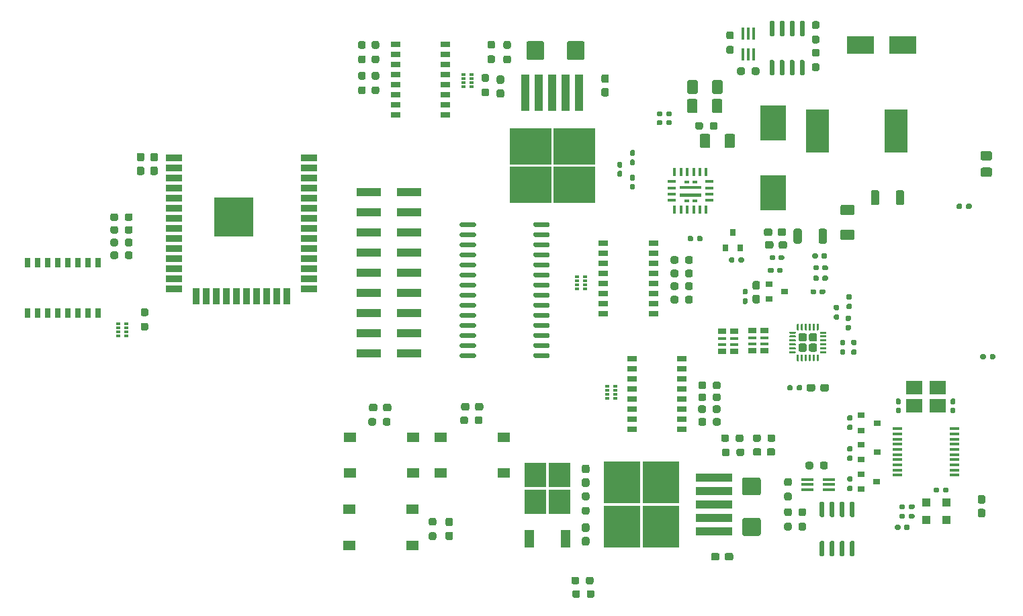
<source format=gbr>
G04 #@! TF.GenerationSoftware,KiCad,Pcbnew,5.1.7-a382d34a8~88~ubuntu20.04.1*
G04 #@! TF.CreationDate,2021-01-06T09:58:30-06:00*
G04 #@! TF.ProjectId,access-controller,61636365-7373-42d6-936f-6e74726f6c6c,rev?*
G04 #@! TF.SameCoordinates,Original*
G04 #@! TF.FileFunction,Paste,Top*
G04 #@! TF.FilePolarity,Positive*
%FSLAX46Y46*%
G04 Gerber Fmt 4.6, Leading zero omitted, Abs format (unit mm)*
G04 Created by KiCad (PCBNEW 5.1.7-a382d34a8~88~ubuntu20.04.1) date 2021-01-06 09:58:30*
%MOMM*%
%LPD*%
G01*
G04 APERTURE LIST*
%ADD10C,0.100000*%
%ADD11R,0.500000X0.320000*%
%ADD12R,3.500000X2.300000*%
%ADD13R,1.000000X1.000000*%
%ADD14R,0.900000X0.800000*%
%ADD15R,3.300000X4.500000*%
%ADD16R,1.550000X1.300000*%
%ADD17R,3.150000X1.000000*%
%ADD18R,2.900000X5.400000*%
%ADD19R,1.500000X0.400000*%
%ADD20R,0.400000X1.500000*%
%ADD21R,2.100000X1.800000*%
%ADD22R,0.800000X0.900000*%
%ADD23R,1.016000X0.381000*%
%ADD24R,1.016000X0.635000*%
%ADD25R,1.300000X0.800000*%
%ADD26R,0.800000X1.300000*%
%ADD27R,4.600000X1.100000*%
%ADD28R,4.550000X5.250000*%
%ADD29R,1.200000X2.200000*%
%ADD30R,2.750000X3.050000*%
%ADD31R,5.250000X4.550000*%
%ADD32R,1.100000X4.600000*%
%ADD33R,1.270000X0.325000*%
%ADD34R,1.000000X0.400000*%
%ADD35R,0.400000X1.000000*%
%ADD36R,5.000000X5.000000*%
%ADD37R,2.000000X0.900000*%
%ADD38R,0.900000X2.000000*%
G04 APERTURE END LIST*
D10*
G36*
X205250000Y-64050000D02*
G01*
X205750000Y-64050000D01*
X205750000Y-64300000D01*
X205250000Y-64300000D01*
X205250000Y-64050000D01*
G37*
X205250000Y-64050000D02*
X205750000Y-64050000D01*
X205750000Y-64300000D01*
X205250000Y-64300000D01*
X205250000Y-64050000D01*
G36*
X204250000Y-64050000D02*
G01*
X204750000Y-64050000D01*
X204750000Y-64300000D01*
X204250000Y-64300000D01*
X204250000Y-64050000D01*
G37*
X204250000Y-64050000D02*
X204750000Y-64050000D01*
X204750000Y-64300000D01*
X204250000Y-64300000D01*
X204250000Y-64050000D01*
G36*
X204250000Y-61700000D02*
G01*
X204750000Y-61700000D01*
X204750000Y-61950000D01*
X204250000Y-61950000D01*
X204250000Y-61700000D01*
G37*
X204250000Y-61700000D02*
X204750000Y-61700000D01*
X204750000Y-61950000D01*
X204250000Y-61950000D01*
X204250000Y-61700000D01*
G36*
X203700000Y-63650000D02*
G01*
X203700000Y-63350000D01*
X206300000Y-63350000D01*
X206300000Y-63650000D01*
X203700000Y-63650000D01*
G37*
X203700000Y-63650000D02*
X203700000Y-63350000D01*
X206300000Y-63350000D01*
X206300000Y-63650000D01*
X203700000Y-63650000D01*
G36*
X205250000Y-61700000D02*
G01*
X205750000Y-61700000D01*
X205750000Y-61950000D01*
X205250000Y-61950000D01*
X205250000Y-61700000D01*
G37*
X205250000Y-61700000D02*
X205750000Y-61700000D01*
X205750000Y-61950000D01*
X205250000Y-61950000D01*
X205250000Y-61700000D01*
G36*
X203700000Y-62650000D02*
G01*
X203700000Y-62350000D01*
X206300000Y-62350000D01*
X206300000Y-62650000D01*
X203700000Y-62650000D01*
G37*
X203700000Y-62650000D02*
X203700000Y-62350000D01*
X206300000Y-62350000D01*
X206300000Y-62650000D01*
X203700000Y-62650000D01*
D11*
X195500000Y-89150000D03*
X195500000Y-88150000D03*
X195500000Y-88650000D03*
X195500000Y-87650000D03*
X194500000Y-88650000D03*
X194500000Y-89150000D03*
X194500000Y-88150000D03*
X194500000Y-87650000D03*
G36*
G01*
X220987500Y-79750000D02*
X221112500Y-79750000D01*
G75*
G02*
X221175000Y-79812500I0J-62500D01*
G01*
X221175000Y-80512500D01*
G75*
G02*
X221112500Y-80575000I-62500J0D01*
G01*
X220987500Y-80575000D01*
G75*
G02*
X220925000Y-80512500I0J62500D01*
G01*
X220925000Y-79812500D01*
G75*
G02*
X220987500Y-79750000I62500J0D01*
G01*
G37*
G36*
G01*
X220487500Y-79750000D02*
X220612500Y-79750000D01*
G75*
G02*
X220675000Y-79812500I0J-62500D01*
G01*
X220675000Y-80512500D01*
G75*
G02*
X220612500Y-80575000I-62500J0D01*
G01*
X220487500Y-80575000D01*
G75*
G02*
X220425000Y-80512500I0J62500D01*
G01*
X220425000Y-79812500D01*
G75*
G02*
X220487500Y-79750000I62500J0D01*
G01*
G37*
G36*
G01*
X219987500Y-79750000D02*
X220112500Y-79750000D01*
G75*
G02*
X220175000Y-79812500I0J-62500D01*
G01*
X220175000Y-80512500D01*
G75*
G02*
X220112500Y-80575000I-62500J0D01*
G01*
X219987500Y-80575000D01*
G75*
G02*
X219925000Y-80512500I0J62500D01*
G01*
X219925000Y-79812500D01*
G75*
G02*
X219987500Y-79750000I62500J0D01*
G01*
G37*
G36*
G01*
X219487500Y-79750000D02*
X219612500Y-79750000D01*
G75*
G02*
X219675000Y-79812500I0J-62500D01*
G01*
X219675000Y-80512500D01*
G75*
G02*
X219612500Y-80575000I-62500J0D01*
G01*
X219487500Y-80575000D01*
G75*
G02*
X219425000Y-80512500I0J62500D01*
G01*
X219425000Y-79812500D01*
G75*
G02*
X219487500Y-79750000I62500J0D01*
G01*
G37*
G36*
G01*
X218987500Y-79750000D02*
X219112500Y-79750000D01*
G75*
G02*
X219175000Y-79812500I0J-62500D01*
G01*
X219175000Y-80512500D01*
G75*
G02*
X219112500Y-80575000I-62500J0D01*
G01*
X218987500Y-80575000D01*
G75*
G02*
X218925000Y-80512500I0J62500D01*
G01*
X218925000Y-79812500D01*
G75*
G02*
X218987500Y-79750000I62500J0D01*
G01*
G37*
G36*
G01*
X218487500Y-79750000D02*
X218612500Y-79750000D01*
G75*
G02*
X218675000Y-79812500I0J-62500D01*
G01*
X218675000Y-80512500D01*
G75*
G02*
X218612500Y-80575000I-62500J0D01*
G01*
X218487500Y-80575000D01*
G75*
G02*
X218425000Y-80512500I0J62500D01*
G01*
X218425000Y-79812500D01*
G75*
G02*
X218487500Y-79750000I62500J0D01*
G01*
G37*
G36*
G01*
X217512500Y-80725000D02*
X218212500Y-80725000D01*
G75*
G02*
X218275000Y-80787500I0J-62500D01*
G01*
X218275000Y-80912500D01*
G75*
G02*
X218212500Y-80975000I-62500J0D01*
G01*
X217512500Y-80975000D01*
G75*
G02*
X217450000Y-80912500I0J62500D01*
G01*
X217450000Y-80787500D01*
G75*
G02*
X217512500Y-80725000I62500J0D01*
G01*
G37*
G36*
G01*
X217512500Y-81225000D02*
X218212500Y-81225000D01*
G75*
G02*
X218275000Y-81287500I0J-62500D01*
G01*
X218275000Y-81412500D01*
G75*
G02*
X218212500Y-81475000I-62500J0D01*
G01*
X217512500Y-81475000D01*
G75*
G02*
X217450000Y-81412500I0J62500D01*
G01*
X217450000Y-81287500D01*
G75*
G02*
X217512500Y-81225000I62500J0D01*
G01*
G37*
G36*
G01*
X217512500Y-81725000D02*
X218212500Y-81725000D01*
G75*
G02*
X218275000Y-81787500I0J-62500D01*
G01*
X218275000Y-81912500D01*
G75*
G02*
X218212500Y-81975000I-62500J0D01*
G01*
X217512500Y-81975000D01*
G75*
G02*
X217450000Y-81912500I0J62500D01*
G01*
X217450000Y-81787500D01*
G75*
G02*
X217512500Y-81725000I62500J0D01*
G01*
G37*
G36*
G01*
X217512500Y-82225000D02*
X218212500Y-82225000D01*
G75*
G02*
X218275000Y-82287500I0J-62500D01*
G01*
X218275000Y-82412500D01*
G75*
G02*
X218212500Y-82475000I-62500J0D01*
G01*
X217512500Y-82475000D01*
G75*
G02*
X217450000Y-82412500I0J62500D01*
G01*
X217450000Y-82287500D01*
G75*
G02*
X217512500Y-82225000I62500J0D01*
G01*
G37*
G36*
G01*
X217512500Y-82725000D02*
X218212500Y-82725000D01*
G75*
G02*
X218275000Y-82787500I0J-62500D01*
G01*
X218275000Y-82912500D01*
G75*
G02*
X218212500Y-82975000I-62500J0D01*
G01*
X217512500Y-82975000D01*
G75*
G02*
X217450000Y-82912500I0J62500D01*
G01*
X217450000Y-82787500D01*
G75*
G02*
X217512500Y-82725000I62500J0D01*
G01*
G37*
G36*
G01*
X217512500Y-83225000D02*
X218212500Y-83225000D01*
G75*
G02*
X218275000Y-83287500I0J-62500D01*
G01*
X218275000Y-83412500D01*
G75*
G02*
X218212500Y-83475000I-62500J0D01*
G01*
X217512500Y-83475000D01*
G75*
G02*
X217450000Y-83412500I0J62500D01*
G01*
X217450000Y-83287500D01*
G75*
G02*
X217512500Y-83225000I62500J0D01*
G01*
G37*
G36*
G01*
X218487500Y-83625000D02*
X218612500Y-83625000D01*
G75*
G02*
X218675000Y-83687500I0J-62500D01*
G01*
X218675000Y-84387500D01*
G75*
G02*
X218612500Y-84450000I-62500J0D01*
G01*
X218487500Y-84450000D01*
G75*
G02*
X218425000Y-84387500I0J62500D01*
G01*
X218425000Y-83687500D01*
G75*
G02*
X218487500Y-83625000I62500J0D01*
G01*
G37*
G36*
G01*
X218987500Y-83625000D02*
X219112500Y-83625000D01*
G75*
G02*
X219175000Y-83687500I0J-62500D01*
G01*
X219175000Y-84387500D01*
G75*
G02*
X219112500Y-84450000I-62500J0D01*
G01*
X218987500Y-84450000D01*
G75*
G02*
X218925000Y-84387500I0J62500D01*
G01*
X218925000Y-83687500D01*
G75*
G02*
X218987500Y-83625000I62500J0D01*
G01*
G37*
G36*
G01*
X219487500Y-83625000D02*
X219612500Y-83625000D01*
G75*
G02*
X219675000Y-83687500I0J-62500D01*
G01*
X219675000Y-84387500D01*
G75*
G02*
X219612500Y-84450000I-62500J0D01*
G01*
X219487500Y-84450000D01*
G75*
G02*
X219425000Y-84387500I0J62500D01*
G01*
X219425000Y-83687500D01*
G75*
G02*
X219487500Y-83625000I62500J0D01*
G01*
G37*
G36*
G01*
X219987500Y-83625000D02*
X220112500Y-83625000D01*
G75*
G02*
X220175000Y-83687500I0J-62500D01*
G01*
X220175000Y-84387500D01*
G75*
G02*
X220112500Y-84450000I-62500J0D01*
G01*
X219987500Y-84450000D01*
G75*
G02*
X219925000Y-84387500I0J62500D01*
G01*
X219925000Y-83687500D01*
G75*
G02*
X219987500Y-83625000I62500J0D01*
G01*
G37*
G36*
G01*
X220487500Y-83625000D02*
X220612500Y-83625000D01*
G75*
G02*
X220675000Y-83687500I0J-62500D01*
G01*
X220675000Y-84387500D01*
G75*
G02*
X220612500Y-84450000I-62500J0D01*
G01*
X220487500Y-84450000D01*
G75*
G02*
X220425000Y-84387500I0J62500D01*
G01*
X220425000Y-83687500D01*
G75*
G02*
X220487500Y-83625000I62500J0D01*
G01*
G37*
G36*
G01*
X220987500Y-83625000D02*
X221112500Y-83625000D01*
G75*
G02*
X221175000Y-83687500I0J-62500D01*
G01*
X221175000Y-84387500D01*
G75*
G02*
X221112500Y-84450000I-62500J0D01*
G01*
X220987500Y-84450000D01*
G75*
G02*
X220925000Y-84387500I0J62500D01*
G01*
X220925000Y-83687500D01*
G75*
G02*
X220987500Y-83625000I62500J0D01*
G01*
G37*
G36*
G01*
X221387500Y-83225000D02*
X222087500Y-83225000D01*
G75*
G02*
X222150000Y-83287500I0J-62500D01*
G01*
X222150000Y-83412500D01*
G75*
G02*
X222087500Y-83475000I-62500J0D01*
G01*
X221387500Y-83475000D01*
G75*
G02*
X221325000Y-83412500I0J62500D01*
G01*
X221325000Y-83287500D01*
G75*
G02*
X221387500Y-83225000I62500J0D01*
G01*
G37*
G36*
G01*
X221387500Y-82725000D02*
X222087500Y-82725000D01*
G75*
G02*
X222150000Y-82787500I0J-62500D01*
G01*
X222150000Y-82912500D01*
G75*
G02*
X222087500Y-82975000I-62500J0D01*
G01*
X221387500Y-82975000D01*
G75*
G02*
X221325000Y-82912500I0J62500D01*
G01*
X221325000Y-82787500D01*
G75*
G02*
X221387500Y-82725000I62500J0D01*
G01*
G37*
G36*
G01*
X221387500Y-82225000D02*
X222087500Y-82225000D01*
G75*
G02*
X222150000Y-82287500I0J-62500D01*
G01*
X222150000Y-82412500D01*
G75*
G02*
X222087500Y-82475000I-62500J0D01*
G01*
X221387500Y-82475000D01*
G75*
G02*
X221325000Y-82412500I0J62500D01*
G01*
X221325000Y-82287500D01*
G75*
G02*
X221387500Y-82225000I62500J0D01*
G01*
G37*
G36*
G01*
X221387500Y-81725000D02*
X222087500Y-81725000D01*
G75*
G02*
X222150000Y-81787500I0J-62500D01*
G01*
X222150000Y-81912500D01*
G75*
G02*
X222087500Y-81975000I-62500J0D01*
G01*
X221387500Y-81975000D01*
G75*
G02*
X221325000Y-81912500I0J62500D01*
G01*
X221325000Y-81787500D01*
G75*
G02*
X221387500Y-81725000I62500J0D01*
G01*
G37*
G36*
G01*
X221387500Y-81225000D02*
X222087500Y-81225000D01*
G75*
G02*
X222150000Y-81287500I0J-62500D01*
G01*
X222150000Y-81412500D01*
G75*
G02*
X222087500Y-81475000I-62500J0D01*
G01*
X221387500Y-81475000D01*
G75*
G02*
X221325000Y-81412500I0J62500D01*
G01*
X221325000Y-81287500D01*
G75*
G02*
X221387500Y-81225000I62500J0D01*
G01*
G37*
G36*
G01*
X221387500Y-80725000D02*
X222087500Y-80725000D01*
G75*
G02*
X222150000Y-80787500I0J-62500D01*
G01*
X222150000Y-80912500D01*
G75*
G02*
X222087500Y-80975000I-62500J0D01*
G01*
X221387500Y-80975000D01*
G75*
G02*
X221325000Y-80912500I0J62500D01*
G01*
X221325000Y-80787500D01*
G75*
G02*
X221387500Y-80725000I62500J0D01*
G01*
G37*
G36*
G01*
X220174999Y-80925000D02*
X220725001Y-80925000D01*
G75*
G02*
X220975000Y-81174999I0J-249999D01*
G01*
X220975000Y-81725001D01*
G75*
G02*
X220725001Y-81975000I-249999J0D01*
G01*
X220174999Y-81975000D01*
G75*
G02*
X219925000Y-81725001I0J249999D01*
G01*
X219925000Y-81174999D01*
G75*
G02*
X220174999Y-80925000I249999J0D01*
G01*
G37*
G36*
G01*
X218874999Y-80925000D02*
X219425001Y-80925000D01*
G75*
G02*
X219675000Y-81174999I0J-249999D01*
G01*
X219675000Y-81725001D01*
G75*
G02*
X219425001Y-81975000I-249999J0D01*
G01*
X218874999Y-81975000D01*
G75*
G02*
X218625000Y-81725001I0J249999D01*
G01*
X218625000Y-81174999D01*
G75*
G02*
X218874999Y-80925000I249999J0D01*
G01*
G37*
G36*
G01*
X220174999Y-82225000D02*
X220725001Y-82225000D01*
G75*
G02*
X220975000Y-82474999I0J-249999D01*
G01*
X220975000Y-83025001D01*
G75*
G02*
X220725001Y-83275000I-249999J0D01*
G01*
X220174999Y-83275000D01*
G75*
G02*
X219925000Y-83025001I0J249999D01*
G01*
X219925000Y-82474999D01*
G75*
G02*
X220174999Y-82225000I249999J0D01*
G01*
G37*
G36*
G01*
X218874999Y-82225000D02*
X219425001Y-82225000D01*
G75*
G02*
X219675000Y-82474999I0J-249999D01*
G01*
X219675000Y-83025001D01*
G75*
G02*
X219425001Y-83275000I-249999J0D01*
G01*
X218874999Y-83275000D01*
G75*
G02*
X218625000Y-83025001I0J249999D01*
G01*
X218625000Y-82474999D01*
G75*
G02*
X218874999Y-82225000I249999J0D01*
G01*
G37*
G36*
G01*
X224040000Y-81742500D02*
X224360000Y-81742500D01*
G75*
G02*
X224520000Y-81902500I0J-160000D01*
G01*
X224520000Y-82297500D01*
G75*
G02*
X224360000Y-82457500I-160000J0D01*
G01*
X224040000Y-82457500D01*
G75*
G02*
X223880000Y-82297500I0J160000D01*
G01*
X223880000Y-81902500D01*
G75*
G02*
X224040000Y-81742500I160000J0D01*
G01*
G37*
G36*
G01*
X224040000Y-82937500D02*
X224360000Y-82937500D01*
G75*
G02*
X224520000Y-83097500I0J-160000D01*
G01*
X224520000Y-83492500D01*
G75*
G02*
X224360000Y-83652500I-160000J0D01*
G01*
X224040000Y-83652500D01*
G75*
G02*
X223880000Y-83492500I0J160000D01*
G01*
X223880000Y-83097500D01*
G75*
G02*
X224040000Y-82937500I160000J0D01*
G01*
G37*
G36*
G01*
X207600000Y-109337500D02*
X207600000Y-108862500D01*
G75*
G02*
X207837500Y-108625000I237500J0D01*
G01*
X208437500Y-108625000D01*
G75*
G02*
X208675000Y-108862500I0J-237500D01*
G01*
X208675000Y-109337500D01*
G75*
G02*
X208437500Y-109575000I-237500J0D01*
G01*
X207837500Y-109575000D01*
G75*
G02*
X207600000Y-109337500I0J237500D01*
G01*
G37*
G36*
G01*
X209325000Y-109337500D02*
X209325000Y-108862500D01*
G75*
G02*
X209562500Y-108625000I237500J0D01*
G01*
X210162500Y-108625000D01*
G75*
G02*
X210400000Y-108862500I0J-237500D01*
G01*
X210400000Y-109337500D01*
G75*
G02*
X210162500Y-109575000I-237500J0D01*
G01*
X209562500Y-109575000D01*
G75*
G02*
X209325000Y-109337500I0J237500D01*
G01*
G37*
G36*
G01*
X211774999Y-99125000D02*
X213625001Y-99125000D01*
G75*
G02*
X213875000Y-99374999I0J-249999D01*
G01*
X213875000Y-101125001D01*
G75*
G02*
X213625001Y-101375000I-249999J0D01*
G01*
X211774999Y-101375000D01*
G75*
G02*
X211525000Y-101125001I0J249999D01*
G01*
X211525000Y-99374999D01*
G75*
G02*
X211774999Y-99125000I249999J0D01*
G01*
G37*
G36*
G01*
X211774999Y-104225000D02*
X213625001Y-104225000D01*
G75*
G02*
X213875000Y-104474999I0J-249999D01*
G01*
X213875000Y-106225001D01*
G75*
G02*
X213625001Y-106475000I-249999J0D01*
G01*
X211774999Y-106475000D01*
G75*
G02*
X211525000Y-106225001I0J249999D01*
G01*
X211525000Y-104474999D01*
G75*
G02*
X211774999Y-104225000I249999J0D01*
G01*
G37*
G36*
G01*
X194487500Y-49375000D02*
X194012500Y-49375000D01*
G75*
G02*
X193775000Y-49137500I0J237500D01*
G01*
X193775000Y-48537500D01*
G75*
G02*
X194012500Y-48300000I237500J0D01*
G01*
X194487500Y-48300000D01*
G75*
G02*
X194725000Y-48537500I0J-237500D01*
G01*
X194725000Y-49137500D01*
G75*
G02*
X194487500Y-49375000I-237500J0D01*
G01*
G37*
G36*
G01*
X194487500Y-51100000D02*
X194012500Y-51100000D01*
G75*
G02*
X193775000Y-50862500I0J237500D01*
G01*
X193775000Y-50262500D01*
G75*
G02*
X194012500Y-50025000I237500J0D01*
G01*
X194487500Y-50025000D01*
G75*
G02*
X194725000Y-50262500I0J-237500D01*
G01*
X194725000Y-50862500D01*
G75*
G02*
X194487500Y-51100000I-237500J0D01*
G01*
G37*
G36*
G01*
X191562500Y-104900000D02*
X192037500Y-104900000D01*
G75*
G02*
X192275000Y-105137500I0J-237500D01*
G01*
X192275000Y-105737500D01*
G75*
G02*
X192037500Y-105975000I-237500J0D01*
G01*
X191562500Y-105975000D01*
G75*
G02*
X191325000Y-105737500I0J237500D01*
G01*
X191325000Y-105137500D01*
G75*
G02*
X191562500Y-104900000I237500J0D01*
G01*
G37*
G36*
G01*
X191562500Y-106625000D02*
X192037500Y-106625000D01*
G75*
G02*
X192275000Y-106862500I0J-237500D01*
G01*
X192275000Y-107462500D01*
G75*
G02*
X192037500Y-107700000I-237500J0D01*
G01*
X191562500Y-107700000D01*
G75*
G02*
X191325000Y-107462500I0J237500D01*
G01*
X191325000Y-106862500D01*
G75*
G02*
X191562500Y-106625000I237500J0D01*
G01*
G37*
G36*
G01*
X192037500Y-98575000D02*
X191562500Y-98575000D01*
G75*
G02*
X191325000Y-98337500I0J237500D01*
G01*
X191325000Y-97737500D01*
G75*
G02*
X191562500Y-97500000I237500J0D01*
G01*
X192037500Y-97500000D01*
G75*
G02*
X192275000Y-97737500I0J-237500D01*
G01*
X192275000Y-98337500D01*
G75*
G02*
X192037500Y-98575000I-237500J0D01*
G01*
G37*
G36*
G01*
X192037500Y-100300000D02*
X191562500Y-100300000D01*
G75*
G02*
X191325000Y-100062500I0J237500D01*
G01*
X191325000Y-99462500D01*
G75*
G02*
X191562500Y-99225000I237500J0D01*
G01*
X192037500Y-99225000D01*
G75*
G02*
X192275000Y-99462500I0J-237500D01*
G01*
X192275000Y-100062500D01*
G75*
G02*
X192037500Y-100300000I-237500J0D01*
G01*
G37*
G36*
G01*
X189425000Y-46225001D02*
X189425000Y-44374999D01*
G75*
G02*
X189674999Y-44125000I249999J0D01*
G01*
X191425001Y-44125000D01*
G75*
G02*
X191675000Y-44374999I0J-249999D01*
G01*
X191675000Y-46225001D01*
G75*
G02*
X191425001Y-46475000I-249999J0D01*
G01*
X189674999Y-46475000D01*
G75*
G02*
X189425000Y-46225001I0J249999D01*
G01*
G37*
G36*
G01*
X184325000Y-46225001D02*
X184325000Y-44374999D01*
G75*
G02*
X184574999Y-44125000I249999J0D01*
G01*
X186325001Y-44125000D01*
G75*
G02*
X186575000Y-44374999I0J-249999D01*
G01*
X186575000Y-46225001D01*
G75*
G02*
X186325001Y-46475000I-249999J0D01*
G01*
X184574999Y-46475000D01*
G75*
G02*
X184325000Y-46225001I0J249999D01*
G01*
G37*
G36*
G01*
X231355000Y-91035000D02*
X231045000Y-91035000D01*
G75*
G02*
X230890000Y-90880000I0J155000D01*
G01*
X230890000Y-90455000D01*
G75*
G02*
X231045000Y-90300000I155000J0D01*
G01*
X231355000Y-90300000D01*
G75*
G02*
X231510000Y-90455000I0J-155000D01*
G01*
X231510000Y-90880000D01*
G75*
G02*
X231355000Y-91035000I-155000J0D01*
G01*
G37*
G36*
G01*
X231355000Y-89900000D02*
X231045000Y-89900000D01*
G75*
G02*
X230890000Y-89745000I0J155000D01*
G01*
X230890000Y-89320000D01*
G75*
G02*
X231045000Y-89165000I155000J0D01*
G01*
X231355000Y-89165000D01*
G75*
G02*
X231510000Y-89320000I0J-155000D01*
G01*
X231510000Y-89745000D01*
G75*
G02*
X231355000Y-89900000I-155000J0D01*
G01*
G37*
G36*
G01*
X238255000Y-89900000D02*
X237945000Y-89900000D01*
G75*
G02*
X237790000Y-89745000I0J155000D01*
G01*
X237790000Y-89320000D01*
G75*
G02*
X237945000Y-89165000I155000J0D01*
G01*
X238255000Y-89165000D01*
G75*
G02*
X238410000Y-89320000I0J-155000D01*
G01*
X238410000Y-89745000D01*
G75*
G02*
X238255000Y-89900000I-155000J0D01*
G01*
G37*
G36*
G01*
X238255000Y-91035000D02*
X237945000Y-91035000D01*
G75*
G02*
X237790000Y-90880000I0J155000D01*
G01*
X237790000Y-90455000D01*
G75*
G02*
X237945000Y-90300000I155000J0D01*
G01*
X238255000Y-90300000D01*
G75*
G02*
X238410000Y-90455000I0J-155000D01*
G01*
X238410000Y-90880000D01*
G75*
G02*
X238255000Y-91035000I-155000J0D01*
G01*
G37*
G36*
G01*
X241462500Y-103062500D02*
X241937500Y-103062500D01*
G75*
G02*
X242175000Y-103300000I0J-237500D01*
G01*
X242175000Y-103900000D01*
G75*
G02*
X241937500Y-104137500I-237500J0D01*
G01*
X241462500Y-104137500D01*
G75*
G02*
X241225000Y-103900000I0J237500D01*
G01*
X241225000Y-103300000D01*
G75*
G02*
X241462500Y-103062500I237500J0D01*
G01*
G37*
G36*
G01*
X241462500Y-101337500D02*
X241937500Y-101337500D01*
G75*
G02*
X242175000Y-101575000I0J-237500D01*
G01*
X242175000Y-102175000D01*
G75*
G02*
X241937500Y-102412500I-237500J0D01*
G01*
X241462500Y-102412500D01*
G75*
G02*
X241225000Y-102175000I0J237500D01*
G01*
X241225000Y-101575000D01*
G75*
G02*
X241462500Y-101337500I237500J0D01*
G01*
G37*
G36*
G01*
X209062500Y-49249997D02*
X209062500Y-50550003D01*
G75*
G02*
X208812503Y-50800000I-249997J0D01*
G01*
X207987497Y-50800000D01*
G75*
G02*
X207737500Y-50550003I0J249997D01*
G01*
X207737500Y-49249997D01*
G75*
G02*
X207987497Y-49000000I249997J0D01*
G01*
X208812503Y-49000000D01*
G75*
G02*
X209062500Y-49249997I0J-249997D01*
G01*
G37*
G36*
G01*
X205937500Y-49249997D02*
X205937500Y-50550003D01*
G75*
G02*
X205687503Y-50800000I-249997J0D01*
G01*
X204862497Y-50800000D01*
G75*
G02*
X204612500Y-50550003I0J249997D01*
G01*
X204612500Y-49249997D01*
G75*
G02*
X204862497Y-49000000I249997J0D01*
G01*
X205687503Y-49000000D01*
G75*
G02*
X205937500Y-49249997I0J-249997D01*
G01*
G37*
G36*
G01*
X205900000Y-51649997D02*
X205900000Y-52950003D01*
G75*
G02*
X205650003Y-53200000I-249997J0D01*
G01*
X204824997Y-53200000D01*
G75*
G02*
X204575000Y-52950003I0J249997D01*
G01*
X204575000Y-51649997D01*
G75*
G02*
X204824997Y-51400000I249997J0D01*
G01*
X205650003Y-51400000D01*
G75*
G02*
X205900000Y-51649997I0J-249997D01*
G01*
G37*
G36*
G01*
X209025000Y-51649997D02*
X209025000Y-52950003D01*
G75*
G02*
X208775003Y-53200000I-249997J0D01*
G01*
X207949997Y-53200000D01*
G75*
G02*
X207700000Y-52950003I0J249997D01*
G01*
X207700000Y-51649997D01*
G75*
G02*
X207949997Y-51400000I249997J0D01*
G01*
X208775003Y-51400000D01*
G75*
G02*
X209025000Y-51649997I0J-249997D01*
G01*
G37*
G36*
G01*
X196255000Y-61202500D02*
X195945000Y-61202500D01*
G75*
G02*
X195790000Y-61047500I0J155000D01*
G01*
X195790000Y-60622500D01*
G75*
G02*
X195945000Y-60467500I155000J0D01*
G01*
X196255000Y-60467500D01*
G75*
G02*
X196410000Y-60622500I0J-155000D01*
G01*
X196410000Y-61047500D01*
G75*
G02*
X196255000Y-61202500I-155000J0D01*
G01*
G37*
G36*
G01*
X196255000Y-60067500D02*
X195945000Y-60067500D01*
G75*
G02*
X195790000Y-59912500I0J155000D01*
G01*
X195790000Y-59487500D01*
G75*
G02*
X195945000Y-59332500I155000J0D01*
G01*
X196255000Y-59332500D01*
G75*
G02*
X196410000Y-59487500I0J-155000D01*
G01*
X196410000Y-59912500D01*
G75*
G02*
X196255000Y-60067500I-155000J0D01*
G01*
G37*
G36*
G01*
X241825000Y-57975000D02*
X242775000Y-57975000D01*
G75*
G02*
X243025000Y-58225000I0J-250000D01*
G01*
X243025000Y-58900000D01*
G75*
G02*
X242775000Y-59150000I-250000J0D01*
G01*
X241825000Y-59150000D01*
G75*
G02*
X241575000Y-58900000I0J250000D01*
G01*
X241575000Y-58225000D01*
G75*
G02*
X241825000Y-57975000I250000J0D01*
G01*
G37*
G36*
G01*
X241825000Y-60050000D02*
X242775000Y-60050000D01*
G75*
G02*
X243025000Y-60300000I0J-250000D01*
G01*
X243025000Y-60975000D01*
G75*
G02*
X242775000Y-61225000I-250000J0D01*
G01*
X241825000Y-61225000D01*
G75*
G02*
X241575000Y-60975000I0J250000D01*
G01*
X241575000Y-60300000D01*
G75*
G02*
X241825000Y-60050000I250000J0D01*
G01*
G37*
G36*
G01*
X225450003Y-69187500D02*
X224149997Y-69187500D01*
G75*
G02*
X223900000Y-68937503I0J249997D01*
G01*
X223900000Y-68112497D01*
G75*
G02*
X224149997Y-67862500I249997J0D01*
G01*
X225450003Y-67862500D01*
G75*
G02*
X225700000Y-68112497I0J-249997D01*
G01*
X225700000Y-68937503D01*
G75*
G02*
X225450003Y-69187500I-249997J0D01*
G01*
G37*
G36*
G01*
X225450003Y-66062500D02*
X224149997Y-66062500D01*
G75*
G02*
X223900000Y-65812503I0J249997D01*
G01*
X223900000Y-64987497D01*
G75*
G02*
X224149997Y-64737500I249997J0D01*
G01*
X225450003Y-64737500D01*
G75*
G02*
X225700000Y-64987497I0J-249997D01*
G01*
X225700000Y-65812503D01*
G75*
G02*
X225450003Y-66062500I-249997J0D01*
G01*
G37*
G36*
G01*
X213537500Y-77162500D02*
X213062500Y-77162500D01*
G75*
G02*
X212825000Y-76925000I0J237500D01*
G01*
X212825000Y-76325000D01*
G75*
G02*
X213062500Y-76087500I237500J0D01*
G01*
X213537500Y-76087500D01*
G75*
G02*
X213775000Y-76325000I0J-237500D01*
G01*
X213775000Y-76925000D01*
G75*
G02*
X213537500Y-77162500I-237500J0D01*
G01*
G37*
G36*
G01*
X213537500Y-75437500D02*
X213062500Y-75437500D01*
G75*
G02*
X212825000Y-75200000I0J237500D01*
G01*
X212825000Y-74600000D01*
G75*
G02*
X213062500Y-74362500I237500J0D01*
G01*
X213537500Y-74362500D01*
G75*
G02*
X213775000Y-74600000I0J-237500D01*
G01*
X213775000Y-75200000D01*
G75*
G02*
X213537500Y-75437500I-237500J0D01*
G01*
G37*
G36*
G01*
X215475000Y-69562500D02*
X215475000Y-70037500D01*
G75*
G02*
X215237500Y-70275000I-237500J0D01*
G01*
X214637500Y-70275000D01*
G75*
G02*
X214400000Y-70037500I0J237500D01*
G01*
X214400000Y-69562500D01*
G75*
G02*
X214637500Y-69325000I237500J0D01*
G01*
X215237500Y-69325000D01*
G75*
G02*
X215475000Y-69562500I0J-237500D01*
G01*
G37*
G36*
G01*
X217200000Y-69562500D02*
X217200000Y-70037500D01*
G75*
G02*
X216962500Y-70275000I-237500J0D01*
G01*
X216362500Y-70275000D01*
G75*
G02*
X216125000Y-70037500I0J237500D01*
G01*
X216125000Y-69562500D01*
G75*
G02*
X216362500Y-69325000I237500J0D01*
G01*
X216962500Y-69325000D01*
G75*
G02*
X217200000Y-69562500I0J-237500D01*
G01*
G37*
G36*
G01*
X217062500Y-67962500D02*
X217062500Y-68437500D01*
G75*
G02*
X216825000Y-68675000I-237500J0D01*
G01*
X216225000Y-68675000D01*
G75*
G02*
X215987500Y-68437500I0J237500D01*
G01*
X215987500Y-67962500D01*
G75*
G02*
X216225000Y-67725000I237500J0D01*
G01*
X216825000Y-67725000D01*
G75*
G02*
X217062500Y-67962500I0J-237500D01*
G01*
G37*
G36*
G01*
X215337500Y-67962500D02*
X215337500Y-68437500D01*
G75*
G02*
X215100000Y-68675000I-237500J0D01*
G01*
X214500000Y-68675000D01*
G75*
G02*
X214262500Y-68437500I0J237500D01*
G01*
X214262500Y-67962500D01*
G75*
G02*
X214500000Y-67725000I237500J0D01*
G01*
X215100000Y-67725000D01*
G75*
G02*
X215337500Y-67962500I0J-237500D01*
G01*
G37*
G36*
G01*
X221267500Y-75855000D02*
X221267500Y-75545000D01*
G75*
G02*
X221422500Y-75390000I155000J0D01*
G01*
X221847500Y-75390000D01*
G75*
G02*
X222002500Y-75545000I0J-155000D01*
G01*
X222002500Y-75855000D01*
G75*
G02*
X221847500Y-76010000I-155000J0D01*
G01*
X221422500Y-76010000D01*
G75*
G02*
X221267500Y-75855000I0J155000D01*
G01*
G37*
G36*
G01*
X220132500Y-75855000D02*
X220132500Y-75545000D01*
G75*
G02*
X220287500Y-75390000I155000J0D01*
G01*
X220712500Y-75390000D01*
G75*
G02*
X220867500Y-75545000I0J-155000D01*
G01*
X220867500Y-75855000D01*
G75*
G02*
X220712500Y-76010000I-155000J0D01*
G01*
X220287500Y-76010000D01*
G75*
G02*
X220132500Y-75855000I0J155000D01*
G01*
G37*
G36*
G01*
X222450000Y-87562500D02*
X222450000Y-88037500D01*
G75*
G02*
X222212500Y-88275000I-237500J0D01*
G01*
X221612500Y-88275000D01*
G75*
G02*
X221375000Y-88037500I0J237500D01*
G01*
X221375000Y-87562500D01*
G75*
G02*
X221612500Y-87325000I237500J0D01*
G01*
X222212500Y-87325000D01*
G75*
G02*
X222450000Y-87562500I0J-237500D01*
G01*
G37*
G36*
G01*
X220725000Y-87562500D02*
X220725000Y-88037500D01*
G75*
G02*
X220487500Y-88275000I-237500J0D01*
G01*
X219887500Y-88275000D01*
G75*
G02*
X219650000Y-88037500I0J237500D01*
G01*
X219650000Y-87562500D01*
G75*
G02*
X219887500Y-87325000I237500J0D01*
G01*
X220487500Y-87325000D01*
G75*
G02*
X220725000Y-87562500I0J-237500D01*
G01*
G37*
G36*
G01*
X135937500Y-61000000D02*
X135462500Y-61000000D01*
G75*
G02*
X135225000Y-60762500I0J237500D01*
G01*
X135225000Y-60162500D01*
G75*
G02*
X135462500Y-59925000I237500J0D01*
G01*
X135937500Y-59925000D01*
G75*
G02*
X136175000Y-60162500I0J-237500D01*
G01*
X136175000Y-60762500D01*
G75*
G02*
X135937500Y-61000000I-237500J0D01*
G01*
G37*
G36*
G01*
X135937500Y-59275000D02*
X135462500Y-59275000D01*
G75*
G02*
X135225000Y-59037500I0J237500D01*
G01*
X135225000Y-58437500D01*
G75*
G02*
X135462500Y-58200000I237500J0D01*
G01*
X135937500Y-58200000D01*
G75*
G02*
X136175000Y-58437500I0J-237500D01*
G01*
X136175000Y-59037500D01*
G75*
G02*
X135937500Y-59275000I-237500J0D01*
G01*
G37*
G36*
G01*
X137637500Y-59275000D02*
X137162500Y-59275000D01*
G75*
G02*
X136925000Y-59037500I0J237500D01*
G01*
X136925000Y-58437500D01*
G75*
G02*
X137162500Y-58200000I237500J0D01*
G01*
X137637500Y-58200000D01*
G75*
G02*
X137875000Y-58437500I0J-237500D01*
G01*
X137875000Y-59037500D01*
G75*
G02*
X137637500Y-59275000I-237500J0D01*
G01*
G37*
G36*
G01*
X137637500Y-61000000D02*
X137162500Y-61000000D01*
G75*
G02*
X136925000Y-60762500I0J237500D01*
G01*
X136925000Y-60162500D01*
G75*
G02*
X137162500Y-59925000I237500J0D01*
G01*
X137637500Y-59925000D01*
G75*
G02*
X137875000Y-60162500I0J-237500D01*
G01*
X137875000Y-60762500D01*
G75*
G02*
X137637500Y-61000000I-237500J0D01*
G01*
G37*
D12*
X231800000Y-44600000D03*
X226400000Y-44600000D03*
G36*
G01*
X213929999Y-95667499D02*
X213929999Y-96142499D01*
G75*
G02*
X213692499Y-96379999I-237500J0D01*
G01*
X213117499Y-96379999D01*
G75*
G02*
X212879999Y-96142499I0J237500D01*
G01*
X212879999Y-95667499D01*
G75*
G02*
X213117499Y-95429999I237500J0D01*
G01*
X213692499Y-95429999D01*
G75*
G02*
X213929999Y-95667499I0J-237500D01*
G01*
G37*
G36*
G01*
X215679999Y-95667499D02*
X215679999Y-96142499D01*
G75*
G02*
X215442499Y-96379999I-237500J0D01*
G01*
X214867499Y-96379999D01*
G75*
G02*
X214629999Y-96142499I0J237500D01*
G01*
X214629999Y-95667499D01*
G75*
G02*
X214867499Y-95429999I237500J0D01*
G01*
X215442499Y-95429999D01*
G75*
G02*
X215679999Y-95667499I0J-237500D01*
G01*
G37*
G36*
G01*
X180812500Y-48450000D02*
X181287500Y-48450000D01*
G75*
G02*
X181525000Y-48687500I0J-237500D01*
G01*
X181525000Y-49262500D01*
G75*
G02*
X181287500Y-49500000I-237500J0D01*
G01*
X180812500Y-49500000D01*
G75*
G02*
X180575000Y-49262500I0J237500D01*
G01*
X180575000Y-48687500D01*
G75*
G02*
X180812500Y-48450000I237500J0D01*
G01*
G37*
G36*
G01*
X180812500Y-50200000D02*
X181287500Y-50200000D01*
G75*
G02*
X181525000Y-50437500I0J-237500D01*
G01*
X181525000Y-51012500D01*
G75*
G02*
X181287500Y-51250000I-237500J0D01*
G01*
X180812500Y-51250000D01*
G75*
G02*
X180575000Y-51012500I0J237500D01*
G01*
X180575000Y-50437500D01*
G75*
G02*
X180812500Y-50200000I237500J0D01*
G01*
G37*
D13*
X234750000Y-104500000D03*
X237250000Y-104500000D03*
X234750000Y-102300000D03*
X237250000Y-102300000D03*
D14*
X226500000Y-98700000D03*
X226500000Y-100600000D03*
X228500000Y-99650000D03*
D15*
X215400000Y-54400000D03*
X215400000Y-63200000D03*
G36*
G01*
X176100000Y-90437500D02*
X176100000Y-89962500D01*
G75*
G02*
X176337500Y-89725000I237500J0D01*
G01*
X176912500Y-89725000D01*
G75*
G02*
X177150000Y-89962500I0J-237500D01*
G01*
X177150000Y-90437500D01*
G75*
G02*
X176912500Y-90675000I-237500J0D01*
G01*
X176337500Y-90675000D01*
G75*
G02*
X176100000Y-90437500I0J237500D01*
G01*
G37*
G36*
G01*
X177850000Y-90437500D02*
X177850000Y-89962500D01*
G75*
G02*
X178087500Y-89725000I237500J0D01*
G01*
X178662500Y-89725000D01*
G75*
G02*
X178900000Y-89962500I0J-237500D01*
G01*
X178900000Y-90437500D01*
G75*
G02*
X178662500Y-90675000I-237500J0D01*
G01*
X178087500Y-90675000D01*
G75*
G02*
X177850000Y-90437500I0J237500D01*
G01*
G37*
G36*
G01*
X166250000Y-90537500D02*
X166250000Y-90062500D01*
G75*
G02*
X166487500Y-89825000I237500J0D01*
G01*
X167062500Y-89825000D01*
G75*
G02*
X167300000Y-90062500I0J-237500D01*
G01*
X167300000Y-90537500D01*
G75*
G02*
X167062500Y-90775000I-237500J0D01*
G01*
X166487500Y-90775000D01*
G75*
G02*
X166250000Y-90537500I0J237500D01*
G01*
G37*
G36*
G01*
X164500000Y-90537500D02*
X164500000Y-90062500D01*
G75*
G02*
X164737500Y-89825000I237500J0D01*
G01*
X165312500Y-89825000D01*
G75*
G02*
X165550000Y-90062500I0J-237500D01*
G01*
X165550000Y-90537500D01*
G75*
G02*
X165312500Y-90775000I-237500J0D01*
G01*
X164737500Y-90775000D01*
G75*
G02*
X164500000Y-90537500I0J237500D01*
G01*
G37*
D16*
X173520000Y-98550000D03*
X173520000Y-94050000D03*
X181480000Y-94050000D03*
X181480000Y-98550000D03*
D14*
X216900000Y-75700000D03*
X214900000Y-76650000D03*
X214900000Y-74750000D03*
D17*
X164475000Y-63140000D03*
X169525000Y-63140000D03*
X164475000Y-65680000D03*
X169525000Y-65680000D03*
X164475000Y-68220000D03*
X169525000Y-68220000D03*
X164475000Y-70760000D03*
X169525000Y-70760000D03*
X164475000Y-73300000D03*
X169525000Y-73300000D03*
X164475000Y-75840000D03*
X169525000Y-75840000D03*
X164475000Y-78380000D03*
X169525000Y-78380000D03*
X164475000Y-80920000D03*
X169525000Y-80920000D03*
X164475000Y-83460000D03*
X169525000Y-83460000D03*
D18*
X221050000Y-55450000D03*
X230950000Y-55450000D03*
G36*
G01*
X228800000Y-63149999D02*
X228800000Y-64550001D01*
G75*
G02*
X228550001Y-64800000I-249999J0D01*
G01*
X227999999Y-64800000D01*
G75*
G02*
X227750000Y-64550001I0J249999D01*
G01*
X227750000Y-63149999D01*
G75*
G02*
X227999999Y-62900000I249999J0D01*
G01*
X228550001Y-62900000D01*
G75*
G02*
X228800000Y-63149999I0J-249999D01*
G01*
G37*
G36*
G01*
X231950000Y-63149999D02*
X231950000Y-64550001D01*
G75*
G02*
X231700001Y-64800000I-249999J0D01*
G01*
X231149999Y-64800000D01*
G75*
G02*
X230900000Y-64550001I0J249999D01*
G01*
X230900000Y-63149999D01*
G75*
G02*
X231149999Y-62900000I249999J0D01*
G01*
X231700001Y-62900000D01*
G75*
G02*
X231950000Y-63149999I0J-249999D01*
G01*
G37*
G36*
G01*
X222200000Y-67999999D02*
X222200000Y-69400001D01*
G75*
G02*
X221950001Y-69650000I-249999J0D01*
G01*
X221399999Y-69650000D01*
G75*
G02*
X221150000Y-69400001I0J249999D01*
G01*
X221150000Y-67999999D01*
G75*
G02*
X221399999Y-67750000I249999J0D01*
G01*
X221950001Y-67750000D01*
G75*
G02*
X222200000Y-67999999I0J-249999D01*
G01*
G37*
G36*
G01*
X219050000Y-67999999D02*
X219050000Y-69400001D01*
G75*
G02*
X218800001Y-69650000I-249999J0D01*
G01*
X218249999Y-69650000D01*
G75*
G02*
X218000000Y-69400001I0J249999D01*
G01*
X218000000Y-67999999D01*
G75*
G02*
X218249999Y-67750000I249999J0D01*
G01*
X218800001Y-67750000D01*
G75*
G02*
X219050000Y-67999999I0J-249999D01*
G01*
G37*
D16*
X170080000Y-98550000D03*
X170080000Y-94050000D03*
X162120000Y-94050000D03*
X162120000Y-98550000D03*
D19*
X222430000Y-100650000D03*
X222430000Y-100000000D03*
X222430000Y-99350000D03*
X219770000Y-99350000D03*
X219770000Y-100000000D03*
X219770000Y-100650000D03*
G36*
G01*
X225255000Y-102150000D02*
X225555000Y-102150000D01*
G75*
G02*
X225705000Y-102300000I0J-150000D01*
G01*
X225705000Y-103950000D01*
G75*
G02*
X225555000Y-104100000I-150000J0D01*
G01*
X225255000Y-104100000D01*
G75*
G02*
X225105000Y-103950000I0J150000D01*
G01*
X225105000Y-102300000D01*
G75*
G02*
X225255000Y-102150000I150000J0D01*
G01*
G37*
G36*
G01*
X223985000Y-102150000D02*
X224285000Y-102150000D01*
G75*
G02*
X224435000Y-102300000I0J-150000D01*
G01*
X224435000Y-103950000D01*
G75*
G02*
X224285000Y-104100000I-150000J0D01*
G01*
X223985000Y-104100000D01*
G75*
G02*
X223835000Y-103950000I0J150000D01*
G01*
X223835000Y-102300000D01*
G75*
G02*
X223985000Y-102150000I150000J0D01*
G01*
G37*
G36*
G01*
X222715000Y-102150000D02*
X223015000Y-102150000D01*
G75*
G02*
X223165000Y-102300000I0J-150000D01*
G01*
X223165000Y-103950000D01*
G75*
G02*
X223015000Y-104100000I-150000J0D01*
G01*
X222715000Y-104100000D01*
G75*
G02*
X222565000Y-103950000I0J150000D01*
G01*
X222565000Y-102300000D01*
G75*
G02*
X222715000Y-102150000I150000J0D01*
G01*
G37*
G36*
G01*
X221445000Y-102150000D02*
X221745000Y-102150000D01*
G75*
G02*
X221895000Y-102300000I0J-150000D01*
G01*
X221895000Y-103950000D01*
G75*
G02*
X221745000Y-104100000I-150000J0D01*
G01*
X221445000Y-104100000D01*
G75*
G02*
X221295000Y-103950000I0J150000D01*
G01*
X221295000Y-102300000D01*
G75*
G02*
X221445000Y-102150000I150000J0D01*
G01*
G37*
G36*
G01*
X221445000Y-107100000D02*
X221745000Y-107100000D01*
G75*
G02*
X221895000Y-107250000I0J-150000D01*
G01*
X221895000Y-108900000D01*
G75*
G02*
X221745000Y-109050000I-150000J0D01*
G01*
X221445000Y-109050000D01*
G75*
G02*
X221295000Y-108900000I0J150000D01*
G01*
X221295000Y-107250000D01*
G75*
G02*
X221445000Y-107100000I150000J0D01*
G01*
G37*
G36*
G01*
X222715000Y-107100000D02*
X223015000Y-107100000D01*
G75*
G02*
X223165000Y-107250000I0J-150000D01*
G01*
X223165000Y-108900000D01*
G75*
G02*
X223015000Y-109050000I-150000J0D01*
G01*
X222715000Y-109050000D01*
G75*
G02*
X222565000Y-108900000I0J150000D01*
G01*
X222565000Y-107250000D01*
G75*
G02*
X222715000Y-107100000I150000J0D01*
G01*
G37*
G36*
G01*
X223985000Y-107100000D02*
X224285000Y-107100000D01*
G75*
G02*
X224435000Y-107250000I0J-150000D01*
G01*
X224435000Y-108900000D01*
G75*
G02*
X224285000Y-109050000I-150000J0D01*
G01*
X223985000Y-109050000D01*
G75*
G02*
X223835000Y-108900000I0J150000D01*
G01*
X223835000Y-107250000D01*
G75*
G02*
X223985000Y-107100000I150000J0D01*
G01*
G37*
G36*
G01*
X225255000Y-107100000D02*
X225555000Y-107100000D01*
G75*
G02*
X225705000Y-107250000I0J-150000D01*
G01*
X225705000Y-108900000D01*
G75*
G02*
X225555000Y-109050000I-150000J0D01*
G01*
X225255000Y-109050000D01*
G75*
G02*
X225105000Y-108900000I0J150000D01*
G01*
X225105000Y-107250000D01*
G75*
G02*
X225255000Y-107100000I150000J0D01*
G01*
G37*
D20*
X212950000Y-45830000D03*
X212300000Y-45830000D03*
X211650000Y-45830000D03*
X211650000Y-43170000D03*
X212300000Y-43170000D03*
X212950000Y-43170000D03*
G36*
G01*
X215445000Y-43500000D02*
X215145000Y-43500000D01*
G75*
G02*
X214995000Y-43350000I0J150000D01*
G01*
X214995000Y-41700000D01*
G75*
G02*
X215145000Y-41550000I150000J0D01*
G01*
X215445000Y-41550000D01*
G75*
G02*
X215595000Y-41700000I0J-150000D01*
G01*
X215595000Y-43350000D01*
G75*
G02*
X215445000Y-43500000I-150000J0D01*
G01*
G37*
G36*
G01*
X216715000Y-43500000D02*
X216415000Y-43500000D01*
G75*
G02*
X216265000Y-43350000I0J150000D01*
G01*
X216265000Y-41700000D01*
G75*
G02*
X216415000Y-41550000I150000J0D01*
G01*
X216715000Y-41550000D01*
G75*
G02*
X216865000Y-41700000I0J-150000D01*
G01*
X216865000Y-43350000D01*
G75*
G02*
X216715000Y-43500000I-150000J0D01*
G01*
G37*
G36*
G01*
X217985000Y-43500000D02*
X217685000Y-43500000D01*
G75*
G02*
X217535000Y-43350000I0J150000D01*
G01*
X217535000Y-41700000D01*
G75*
G02*
X217685000Y-41550000I150000J0D01*
G01*
X217985000Y-41550000D01*
G75*
G02*
X218135000Y-41700000I0J-150000D01*
G01*
X218135000Y-43350000D01*
G75*
G02*
X217985000Y-43500000I-150000J0D01*
G01*
G37*
G36*
G01*
X219255000Y-43500000D02*
X218955000Y-43500000D01*
G75*
G02*
X218805000Y-43350000I0J150000D01*
G01*
X218805000Y-41700000D01*
G75*
G02*
X218955000Y-41550000I150000J0D01*
G01*
X219255000Y-41550000D01*
G75*
G02*
X219405000Y-41700000I0J-150000D01*
G01*
X219405000Y-43350000D01*
G75*
G02*
X219255000Y-43500000I-150000J0D01*
G01*
G37*
G36*
G01*
X219255000Y-48450000D02*
X218955000Y-48450000D01*
G75*
G02*
X218805000Y-48300000I0J150000D01*
G01*
X218805000Y-46650000D01*
G75*
G02*
X218955000Y-46500000I150000J0D01*
G01*
X219255000Y-46500000D01*
G75*
G02*
X219405000Y-46650000I0J-150000D01*
G01*
X219405000Y-48300000D01*
G75*
G02*
X219255000Y-48450000I-150000J0D01*
G01*
G37*
G36*
G01*
X217985000Y-48450000D02*
X217685000Y-48450000D01*
G75*
G02*
X217535000Y-48300000I0J150000D01*
G01*
X217535000Y-46650000D01*
G75*
G02*
X217685000Y-46500000I150000J0D01*
G01*
X217985000Y-46500000D01*
G75*
G02*
X218135000Y-46650000I0J-150000D01*
G01*
X218135000Y-48300000D01*
G75*
G02*
X217985000Y-48450000I-150000J0D01*
G01*
G37*
G36*
G01*
X216715000Y-48450000D02*
X216415000Y-48450000D01*
G75*
G02*
X216265000Y-48300000I0J150000D01*
G01*
X216265000Y-46650000D01*
G75*
G02*
X216415000Y-46500000I150000J0D01*
G01*
X216715000Y-46500000D01*
G75*
G02*
X216865000Y-46650000I0J-150000D01*
G01*
X216865000Y-48300000D01*
G75*
G02*
X216715000Y-48450000I-150000J0D01*
G01*
G37*
G36*
G01*
X215445000Y-48450000D02*
X215145000Y-48450000D01*
G75*
G02*
X214995000Y-48300000I0J150000D01*
G01*
X214995000Y-46650000D01*
G75*
G02*
X215145000Y-46500000I150000J0D01*
G01*
X215445000Y-46500000D01*
G75*
G02*
X215595000Y-46650000I0J-150000D01*
G01*
X215595000Y-48300000D01*
G75*
G02*
X215445000Y-48450000I-150000J0D01*
G01*
G37*
D21*
X233250000Y-90050000D03*
X236150000Y-90050000D03*
X236150000Y-87750000D03*
X233250000Y-87750000D03*
D14*
X228515001Y-95935001D03*
X226515001Y-96885001D03*
X226515001Y-94985001D03*
X226545001Y-91285001D03*
X226545001Y-93185001D03*
X228545001Y-92235001D03*
D22*
X209405001Y-70214999D03*
X211305001Y-70214999D03*
X210355001Y-68214999D03*
G36*
G01*
X136437500Y-78775000D02*
X135962500Y-78775000D01*
G75*
G02*
X135725000Y-78537500I0J237500D01*
G01*
X135725000Y-78037500D01*
G75*
G02*
X135962500Y-77800000I237500J0D01*
G01*
X136437500Y-77800000D01*
G75*
G02*
X136675000Y-78037500I0J-237500D01*
G01*
X136675000Y-78537500D01*
G75*
G02*
X136437500Y-78775000I-237500J0D01*
G01*
G37*
G36*
G01*
X136437500Y-80600000D02*
X135962500Y-80600000D01*
G75*
G02*
X135725000Y-80362500I0J237500D01*
G01*
X135725000Y-79862500D01*
G75*
G02*
X135962500Y-79625000I237500J0D01*
G01*
X136437500Y-79625000D01*
G75*
G02*
X136675000Y-79862500I0J-237500D01*
G01*
X136675000Y-80362500D01*
G75*
G02*
X136437500Y-80600000I-237500J0D01*
G01*
G37*
G36*
G01*
X222312500Y-97362500D02*
X222312500Y-97837500D01*
G75*
G02*
X222075000Y-98075000I-237500J0D01*
G01*
X221575000Y-98075000D01*
G75*
G02*
X221337500Y-97837500I0J237500D01*
G01*
X221337500Y-97362500D01*
G75*
G02*
X221575000Y-97125000I237500J0D01*
G01*
X222075000Y-97125000D01*
G75*
G02*
X222312500Y-97362500I0J-237500D01*
G01*
G37*
G36*
G01*
X220487500Y-97362500D02*
X220487500Y-97837500D01*
G75*
G02*
X220250000Y-98075000I-237500J0D01*
G01*
X219750000Y-98075000D01*
G75*
G02*
X219512500Y-97837500I0J237500D01*
G01*
X219512500Y-97362500D01*
G75*
G02*
X219750000Y-97125000I237500J0D01*
G01*
X220250000Y-97125000D01*
G75*
G02*
X220487500Y-97362500I0J-237500D01*
G01*
G37*
G36*
G01*
X217537500Y-100175000D02*
X217062500Y-100175000D01*
G75*
G02*
X216825000Y-99937500I0J237500D01*
G01*
X216825000Y-99437500D01*
G75*
G02*
X217062500Y-99200000I237500J0D01*
G01*
X217537500Y-99200000D01*
G75*
G02*
X217775000Y-99437500I0J-237500D01*
G01*
X217775000Y-99937500D01*
G75*
G02*
X217537500Y-100175000I-237500J0D01*
G01*
G37*
G36*
G01*
X217537500Y-102000000D02*
X217062500Y-102000000D01*
G75*
G02*
X216825000Y-101762500I0J237500D01*
G01*
X216825000Y-101262500D01*
G75*
G02*
X217062500Y-101025000I237500J0D01*
G01*
X217537500Y-101025000D01*
G75*
G02*
X217775000Y-101262500I0J-237500D01*
G01*
X217775000Y-101762500D01*
G75*
G02*
X217537500Y-102000000I-237500J0D01*
G01*
G37*
G36*
G01*
X218862500Y-103000000D02*
X219337500Y-103000000D01*
G75*
G02*
X219575000Y-103237500I0J-237500D01*
G01*
X219575000Y-103737500D01*
G75*
G02*
X219337500Y-103975000I-237500J0D01*
G01*
X218862500Y-103975000D01*
G75*
G02*
X218625000Y-103737500I0J237500D01*
G01*
X218625000Y-103237500D01*
G75*
G02*
X218862500Y-103000000I237500J0D01*
G01*
G37*
G36*
G01*
X218862500Y-104825000D02*
X219337500Y-104825000D01*
G75*
G02*
X219575000Y-105062500I0J-237500D01*
G01*
X219575000Y-105562500D01*
G75*
G02*
X219337500Y-105800000I-237500J0D01*
G01*
X218862500Y-105800000D01*
G75*
G02*
X218625000Y-105562500I0J237500D01*
G01*
X218625000Y-105062500D01*
G75*
G02*
X218862500Y-104825000I237500J0D01*
G01*
G37*
G36*
G01*
X217062500Y-104825000D02*
X217537500Y-104825000D01*
G75*
G02*
X217775000Y-105062500I0J-237500D01*
G01*
X217775000Y-105562500D01*
G75*
G02*
X217537500Y-105800000I-237500J0D01*
G01*
X217062500Y-105800000D01*
G75*
G02*
X216825000Y-105562500I0J237500D01*
G01*
X216825000Y-105062500D01*
G75*
G02*
X217062500Y-104825000I237500J0D01*
G01*
G37*
G36*
G01*
X217062500Y-103000000D02*
X217537500Y-103000000D01*
G75*
G02*
X217775000Y-103237500I0J-237500D01*
G01*
X217775000Y-103737500D01*
G75*
G02*
X217537500Y-103975000I-237500J0D01*
G01*
X217062500Y-103975000D01*
G75*
G02*
X216825000Y-103737500I0J237500D01*
G01*
X216825000Y-103237500D01*
G75*
G02*
X217062500Y-103000000I237500J0D01*
G01*
G37*
G36*
G01*
X209762500Y-42900000D02*
X210237500Y-42900000D01*
G75*
G02*
X210475000Y-43137500I0J-237500D01*
G01*
X210475000Y-43637500D01*
G75*
G02*
X210237500Y-43875000I-237500J0D01*
G01*
X209762500Y-43875000D01*
G75*
G02*
X209525000Y-43637500I0J237500D01*
G01*
X209525000Y-43137500D01*
G75*
G02*
X209762500Y-42900000I237500J0D01*
G01*
G37*
G36*
G01*
X209762500Y-44725000D02*
X210237500Y-44725000D01*
G75*
G02*
X210475000Y-44962500I0J-237500D01*
G01*
X210475000Y-45462500D01*
G75*
G02*
X210237500Y-45700000I-237500J0D01*
G01*
X209762500Y-45700000D01*
G75*
G02*
X209525000Y-45462500I0J237500D01*
G01*
X209525000Y-44962500D01*
G75*
G02*
X209762500Y-44725000I237500J0D01*
G01*
G37*
G36*
G01*
X211875000Y-47662500D02*
X211875000Y-48137500D01*
G75*
G02*
X211637500Y-48375000I-237500J0D01*
G01*
X211137500Y-48375000D01*
G75*
G02*
X210900000Y-48137500I0J237500D01*
G01*
X210900000Y-47662500D01*
G75*
G02*
X211137500Y-47425000I237500J0D01*
G01*
X211637500Y-47425000D01*
G75*
G02*
X211875000Y-47662500I0J-237500D01*
G01*
G37*
G36*
G01*
X213700000Y-47662500D02*
X213700000Y-48137500D01*
G75*
G02*
X213462500Y-48375000I-237500J0D01*
G01*
X212962500Y-48375000D01*
G75*
G02*
X212725000Y-48137500I0J237500D01*
G01*
X212725000Y-47662500D01*
G75*
G02*
X212962500Y-47425000I237500J0D01*
G01*
X213462500Y-47425000D01*
G75*
G02*
X213700000Y-47662500I0J-237500D01*
G01*
G37*
G36*
G01*
X221037500Y-47900000D02*
X220562500Y-47900000D01*
G75*
G02*
X220325000Y-47662500I0J237500D01*
G01*
X220325000Y-47162500D01*
G75*
G02*
X220562500Y-46925000I237500J0D01*
G01*
X221037500Y-46925000D01*
G75*
G02*
X221275000Y-47162500I0J-237500D01*
G01*
X221275000Y-47662500D01*
G75*
G02*
X221037500Y-47900000I-237500J0D01*
G01*
G37*
G36*
G01*
X221037500Y-46075000D02*
X220562500Y-46075000D01*
G75*
G02*
X220325000Y-45837500I0J237500D01*
G01*
X220325000Y-45337500D01*
G75*
G02*
X220562500Y-45100000I237500J0D01*
G01*
X221037500Y-45100000D01*
G75*
G02*
X221275000Y-45337500I0J-237500D01*
G01*
X221275000Y-45837500D01*
G75*
G02*
X221037500Y-46075000I-237500J0D01*
G01*
G37*
G36*
G01*
X220562500Y-43425000D02*
X221037500Y-43425000D01*
G75*
G02*
X221275000Y-43662500I0J-237500D01*
G01*
X221275000Y-44162500D01*
G75*
G02*
X221037500Y-44400000I-237500J0D01*
G01*
X220562500Y-44400000D01*
G75*
G02*
X220325000Y-44162500I0J237500D01*
G01*
X220325000Y-43662500D01*
G75*
G02*
X220562500Y-43425000I237500J0D01*
G01*
G37*
G36*
G01*
X220562500Y-41600000D02*
X221037500Y-41600000D01*
G75*
G02*
X221275000Y-41837500I0J-237500D01*
G01*
X221275000Y-42337500D01*
G75*
G02*
X221037500Y-42575000I-237500J0D01*
G01*
X220562500Y-42575000D01*
G75*
G02*
X220325000Y-42337500I0J237500D01*
G01*
X220325000Y-41837500D01*
G75*
G02*
X220562500Y-41600000I237500J0D01*
G01*
G37*
G36*
G01*
X206012500Y-92337500D02*
X206012500Y-91862500D01*
G75*
G02*
X206250000Y-91625000I237500J0D01*
G01*
X206750000Y-91625000D01*
G75*
G02*
X206987500Y-91862500I0J-237500D01*
G01*
X206987500Y-92337500D01*
G75*
G02*
X206750000Y-92575000I-237500J0D01*
G01*
X206250000Y-92575000D01*
G75*
G02*
X206012500Y-92337500I0J237500D01*
G01*
G37*
G36*
G01*
X207837500Y-92337500D02*
X207837500Y-91862500D01*
G75*
G02*
X208075000Y-91625000I237500J0D01*
G01*
X208575000Y-91625000D01*
G75*
G02*
X208812500Y-91862500I0J-237500D01*
G01*
X208812500Y-92337500D01*
G75*
G02*
X208575000Y-92575000I-237500J0D01*
G01*
X208075000Y-92575000D01*
G75*
G02*
X207837500Y-92337500I0J237500D01*
G01*
G37*
G36*
G01*
X207812500Y-90737500D02*
X207812500Y-90262500D01*
G75*
G02*
X208050000Y-90025000I237500J0D01*
G01*
X208550000Y-90025000D01*
G75*
G02*
X208787500Y-90262500I0J-237500D01*
G01*
X208787500Y-90737500D01*
G75*
G02*
X208550000Y-90975000I-237500J0D01*
G01*
X208050000Y-90975000D01*
G75*
G02*
X207812500Y-90737500I0J237500D01*
G01*
G37*
G36*
G01*
X205987500Y-90737500D02*
X205987500Y-90262500D01*
G75*
G02*
X206225000Y-90025000I237500J0D01*
G01*
X206725000Y-90025000D01*
G75*
G02*
X206962500Y-90262500I0J-237500D01*
G01*
X206962500Y-90737500D01*
G75*
G02*
X206725000Y-90975000I-237500J0D01*
G01*
X206225000Y-90975000D01*
G75*
G02*
X205987500Y-90737500I0J237500D01*
G01*
G37*
G36*
G01*
X207825000Y-89237500D02*
X207825000Y-88762500D01*
G75*
G02*
X208062500Y-88525000I237500J0D01*
G01*
X208562500Y-88525000D01*
G75*
G02*
X208800000Y-88762500I0J-237500D01*
G01*
X208800000Y-89237500D01*
G75*
G02*
X208562500Y-89475000I-237500J0D01*
G01*
X208062500Y-89475000D01*
G75*
G02*
X207825000Y-89237500I0J237500D01*
G01*
G37*
G36*
G01*
X206000000Y-89237500D02*
X206000000Y-88762500D01*
G75*
G02*
X206237500Y-88525000I237500J0D01*
G01*
X206737500Y-88525000D01*
G75*
G02*
X206975000Y-88762500I0J-237500D01*
G01*
X206975000Y-89237500D01*
G75*
G02*
X206737500Y-89475000I-237500J0D01*
G01*
X206237500Y-89475000D01*
G75*
G02*
X206000000Y-89237500I0J237500D01*
G01*
G37*
G36*
G01*
X206000000Y-87737500D02*
X206000000Y-87262500D01*
G75*
G02*
X206237500Y-87025000I237500J0D01*
G01*
X206737500Y-87025000D01*
G75*
G02*
X206975000Y-87262500I0J-237500D01*
G01*
X206975000Y-87737500D01*
G75*
G02*
X206737500Y-87975000I-237500J0D01*
G01*
X206237500Y-87975000D01*
G75*
G02*
X206000000Y-87737500I0J237500D01*
G01*
G37*
G36*
G01*
X207825000Y-87737500D02*
X207825000Y-87262500D01*
G75*
G02*
X208062500Y-87025000I237500J0D01*
G01*
X208562500Y-87025000D01*
G75*
G02*
X208800000Y-87262500I0J-237500D01*
G01*
X208800000Y-87737500D01*
G75*
G02*
X208562500Y-87975000I-237500J0D01*
G01*
X208062500Y-87975000D01*
G75*
G02*
X207825000Y-87737500I0J237500D01*
G01*
G37*
G36*
G01*
X133725000Y-71337500D02*
X133725000Y-70862500D01*
G75*
G02*
X133962500Y-70625000I237500J0D01*
G01*
X134462500Y-70625000D01*
G75*
G02*
X134700000Y-70862500I0J-237500D01*
G01*
X134700000Y-71337500D01*
G75*
G02*
X134462500Y-71575000I-237500J0D01*
G01*
X133962500Y-71575000D01*
G75*
G02*
X133725000Y-71337500I0J237500D01*
G01*
G37*
G36*
G01*
X131900000Y-71337500D02*
X131900000Y-70862500D01*
G75*
G02*
X132137500Y-70625000I237500J0D01*
G01*
X132637500Y-70625000D01*
G75*
G02*
X132875000Y-70862500I0J-237500D01*
G01*
X132875000Y-71337500D01*
G75*
G02*
X132637500Y-71575000I-237500J0D01*
G01*
X132137500Y-71575000D01*
G75*
G02*
X131900000Y-71337500I0J237500D01*
G01*
G37*
G36*
G01*
X131887500Y-69737500D02*
X131887500Y-69262500D01*
G75*
G02*
X132125000Y-69025000I237500J0D01*
G01*
X132625000Y-69025000D01*
G75*
G02*
X132862500Y-69262500I0J-237500D01*
G01*
X132862500Y-69737500D01*
G75*
G02*
X132625000Y-69975000I-237500J0D01*
G01*
X132125000Y-69975000D01*
G75*
G02*
X131887500Y-69737500I0J237500D01*
G01*
G37*
G36*
G01*
X133712500Y-69737500D02*
X133712500Y-69262500D01*
G75*
G02*
X133950000Y-69025000I237500J0D01*
G01*
X134450000Y-69025000D01*
G75*
G02*
X134687500Y-69262500I0J-237500D01*
G01*
X134687500Y-69737500D01*
G75*
G02*
X134450000Y-69975000I-237500J0D01*
G01*
X133950000Y-69975000D01*
G75*
G02*
X133712500Y-69737500I0J237500D01*
G01*
G37*
G36*
G01*
X133712500Y-68137500D02*
X133712500Y-67662500D01*
G75*
G02*
X133950000Y-67425000I237500J0D01*
G01*
X134450000Y-67425000D01*
G75*
G02*
X134687500Y-67662500I0J-237500D01*
G01*
X134687500Y-68137500D01*
G75*
G02*
X134450000Y-68375000I-237500J0D01*
G01*
X133950000Y-68375000D01*
G75*
G02*
X133712500Y-68137500I0J237500D01*
G01*
G37*
G36*
G01*
X131887500Y-68137500D02*
X131887500Y-67662500D01*
G75*
G02*
X132125000Y-67425000I237500J0D01*
G01*
X132625000Y-67425000D01*
G75*
G02*
X132862500Y-67662500I0J-237500D01*
G01*
X132862500Y-68137500D01*
G75*
G02*
X132625000Y-68375000I-237500J0D01*
G01*
X132125000Y-68375000D01*
G75*
G02*
X131887500Y-68137500I0J237500D01*
G01*
G37*
G36*
G01*
X131887500Y-66537500D02*
X131887500Y-66062500D01*
G75*
G02*
X132125000Y-65825000I237500J0D01*
G01*
X132625000Y-65825000D01*
G75*
G02*
X132862500Y-66062500I0J-237500D01*
G01*
X132862500Y-66537500D01*
G75*
G02*
X132625000Y-66775000I-237500J0D01*
G01*
X132125000Y-66775000D01*
G75*
G02*
X131887500Y-66537500I0J237500D01*
G01*
G37*
G36*
G01*
X133712500Y-66537500D02*
X133712500Y-66062500D01*
G75*
G02*
X133950000Y-65825000I237500J0D01*
G01*
X134450000Y-65825000D01*
G75*
G02*
X134687500Y-66062500I0J-237500D01*
G01*
X134687500Y-66537500D01*
G75*
G02*
X134450000Y-66775000I-237500J0D01*
G01*
X133950000Y-66775000D01*
G75*
G02*
X133712500Y-66537500I0J237500D01*
G01*
G37*
G36*
G01*
X165537500Y-46900000D02*
X165062500Y-46900000D01*
G75*
G02*
X164825000Y-46662500I0J237500D01*
G01*
X164825000Y-46162500D01*
G75*
G02*
X165062500Y-45925000I237500J0D01*
G01*
X165537500Y-45925000D01*
G75*
G02*
X165775000Y-46162500I0J-237500D01*
G01*
X165775000Y-46662500D01*
G75*
G02*
X165537500Y-46900000I-237500J0D01*
G01*
G37*
G36*
G01*
X165537500Y-45075000D02*
X165062500Y-45075000D01*
G75*
G02*
X164825000Y-44837500I0J237500D01*
G01*
X164825000Y-44337500D01*
G75*
G02*
X165062500Y-44100000I237500J0D01*
G01*
X165537500Y-44100000D01*
G75*
G02*
X165775000Y-44337500I0J-237500D01*
G01*
X165775000Y-44837500D01*
G75*
G02*
X165537500Y-45075000I-237500J0D01*
G01*
G37*
G36*
G01*
X163837500Y-45087500D02*
X163362500Y-45087500D01*
G75*
G02*
X163125000Y-44850000I0J237500D01*
G01*
X163125000Y-44350000D01*
G75*
G02*
X163362500Y-44112500I237500J0D01*
G01*
X163837500Y-44112500D01*
G75*
G02*
X164075000Y-44350000I0J-237500D01*
G01*
X164075000Y-44850000D01*
G75*
G02*
X163837500Y-45087500I-237500J0D01*
G01*
G37*
G36*
G01*
X163837500Y-46912500D02*
X163362500Y-46912500D01*
G75*
G02*
X163125000Y-46675000I0J237500D01*
G01*
X163125000Y-46175000D01*
G75*
G02*
X163362500Y-45937500I237500J0D01*
G01*
X163837500Y-45937500D01*
G75*
G02*
X164075000Y-46175000I0J-237500D01*
G01*
X164075000Y-46675000D01*
G75*
G02*
X163837500Y-46912500I-237500J0D01*
G01*
G37*
G36*
G01*
X165537500Y-50800000D02*
X165062500Y-50800000D01*
G75*
G02*
X164825000Y-50562500I0J237500D01*
G01*
X164825000Y-50062500D01*
G75*
G02*
X165062500Y-49825000I237500J0D01*
G01*
X165537500Y-49825000D01*
G75*
G02*
X165775000Y-50062500I0J-237500D01*
G01*
X165775000Y-50562500D01*
G75*
G02*
X165537500Y-50800000I-237500J0D01*
G01*
G37*
G36*
G01*
X165537500Y-48975000D02*
X165062500Y-48975000D01*
G75*
G02*
X164825000Y-48737500I0J237500D01*
G01*
X164825000Y-48237500D01*
G75*
G02*
X165062500Y-48000000I237500J0D01*
G01*
X165537500Y-48000000D01*
G75*
G02*
X165775000Y-48237500I0J-237500D01*
G01*
X165775000Y-48737500D01*
G75*
G02*
X165537500Y-48975000I-237500J0D01*
G01*
G37*
G36*
G01*
X163837500Y-48975000D02*
X163362500Y-48975000D01*
G75*
G02*
X163125000Y-48737500I0J237500D01*
G01*
X163125000Y-48237500D01*
G75*
G02*
X163362500Y-48000000I237500J0D01*
G01*
X163837500Y-48000000D01*
G75*
G02*
X164075000Y-48237500I0J-237500D01*
G01*
X164075000Y-48737500D01*
G75*
G02*
X163837500Y-48975000I-237500J0D01*
G01*
G37*
G36*
G01*
X163837500Y-50800000D02*
X163362500Y-50800000D01*
G75*
G02*
X163125000Y-50562500I0J237500D01*
G01*
X163125000Y-50062500D01*
G75*
G02*
X163362500Y-49825000I237500J0D01*
G01*
X163837500Y-49825000D01*
G75*
G02*
X164075000Y-50062500I0J-237500D01*
G01*
X164075000Y-50562500D01*
G75*
G02*
X163837500Y-50800000I-237500J0D01*
G01*
G37*
G36*
G01*
X204337500Y-76937500D02*
X204337500Y-76462500D01*
G75*
G02*
X204575000Y-76225000I237500J0D01*
G01*
X205075000Y-76225000D01*
G75*
G02*
X205312500Y-76462500I0J-237500D01*
G01*
X205312500Y-76937500D01*
G75*
G02*
X205075000Y-77175000I-237500J0D01*
G01*
X204575000Y-77175000D01*
G75*
G02*
X204337500Y-76937500I0J237500D01*
G01*
G37*
G36*
G01*
X202512500Y-76937500D02*
X202512500Y-76462500D01*
G75*
G02*
X202750000Y-76225000I237500J0D01*
G01*
X203250000Y-76225000D01*
G75*
G02*
X203487500Y-76462500I0J-237500D01*
G01*
X203487500Y-76937500D01*
G75*
G02*
X203250000Y-77175000I-237500J0D01*
G01*
X202750000Y-77175000D01*
G75*
G02*
X202512500Y-76937500I0J237500D01*
G01*
G37*
G36*
G01*
X202512500Y-75237500D02*
X202512500Y-74762500D01*
G75*
G02*
X202750000Y-74525000I237500J0D01*
G01*
X203250000Y-74525000D01*
G75*
G02*
X203487500Y-74762500I0J-237500D01*
G01*
X203487500Y-75237500D01*
G75*
G02*
X203250000Y-75475000I-237500J0D01*
G01*
X202750000Y-75475000D01*
G75*
G02*
X202512500Y-75237500I0J237500D01*
G01*
G37*
G36*
G01*
X204337500Y-75237500D02*
X204337500Y-74762500D01*
G75*
G02*
X204575000Y-74525000I237500J0D01*
G01*
X205075000Y-74525000D01*
G75*
G02*
X205312500Y-74762500I0J-237500D01*
G01*
X205312500Y-75237500D01*
G75*
G02*
X205075000Y-75475000I-237500J0D01*
G01*
X204575000Y-75475000D01*
G75*
G02*
X204337500Y-75237500I0J237500D01*
G01*
G37*
G36*
G01*
X204337500Y-73637500D02*
X204337500Y-73162500D01*
G75*
G02*
X204575000Y-72925000I237500J0D01*
G01*
X205075000Y-72925000D01*
G75*
G02*
X205312500Y-73162500I0J-237500D01*
G01*
X205312500Y-73637500D01*
G75*
G02*
X205075000Y-73875000I-237500J0D01*
G01*
X204575000Y-73875000D01*
G75*
G02*
X204337500Y-73637500I0J237500D01*
G01*
G37*
G36*
G01*
X202512500Y-73637500D02*
X202512500Y-73162500D01*
G75*
G02*
X202750000Y-72925000I237500J0D01*
G01*
X203250000Y-72925000D01*
G75*
G02*
X203487500Y-73162500I0J-237500D01*
G01*
X203487500Y-73637500D01*
G75*
G02*
X203250000Y-73875000I-237500J0D01*
G01*
X202750000Y-73875000D01*
G75*
G02*
X202512500Y-73637500I0J237500D01*
G01*
G37*
G36*
G01*
X202512500Y-71937500D02*
X202512500Y-71462500D01*
G75*
G02*
X202750000Y-71225000I237500J0D01*
G01*
X203250000Y-71225000D01*
G75*
G02*
X203487500Y-71462500I0J-237500D01*
G01*
X203487500Y-71937500D01*
G75*
G02*
X203250000Y-72175000I-237500J0D01*
G01*
X202750000Y-72175000D01*
G75*
G02*
X202512500Y-71937500I0J237500D01*
G01*
G37*
G36*
G01*
X204337500Y-71937500D02*
X204337500Y-71462500D01*
G75*
G02*
X204575000Y-71225000I237500J0D01*
G01*
X205075000Y-71225000D01*
G75*
G02*
X205312500Y-71462500I0J-237500D01*
G01*
X205312500Y-71937500D01*
G75*
G02*
X205075000Y-72175000I-237500J0D01*
G01*
X204575000Y-72175000D01*
G75*
G02*
X204337500Y-71937500I0J237500D01*
G01*
G37*
G36*
G01*
X209962500Y-95712500D02*
X209962500Y-96187500D01*
G75*
G02*
X209725000Y-96425000I-237500J0D01*
G01*
X209225000Y-96425000D01*
G75*
G02*
X208987500Y-96187500I0J237500D01*
G01*
X208987500Y-95712500D01*
G75*
G02*
X209225000Y-95475000I237500J0D01*
G01*
X209725000Y-95475000D01*
G75*
G02*
X209962500Y-95712500I0J-237500D01*
G01*
G37*
G36*
G01*
X211787500Y-95712500D02*
X211787500Y-96187500D01*
G75*
G02*
X211550000Y-96425000I-237500J0D01*
G01*
X211050000Y-96425000D01*
G75*
G02*
X210812500Y-96187500I0J237500D01*
G01*
X210812500Y-95712500D01*
G75*
G02*
X211050000Y-95475000I237500J0D01*
G01*
X211550000Y-95475000D01*
G75*
G02*
X211787500Y-95712500I0J-237500D01*
G01*
G37*
G36*
G01*
X210712500Y-94387500D02*
X210712500Y-93912500D01*
G75*
G02*
X210950000Y-93675000I237500J0D01*
G01*
X211450000Y-93675000D01*
G75*
G02*
X211687500Y-93912500I0J-237500D01*
G01*
X211687500Y-94387500D01*
G75*
G02*
X211450000Y-94625000I-237500J0D01*
G01*
X210950000Y-94625000D01*
G75*
G02*
X210712500Y-94387500I0J237500D01*
G01*
G37*
G36*
G01*
X208887500Y-94387500D02*
X208887500Y-93912500D01*
G75*
G02*
X209125000Y-93675000I237500J0D01*
G01*
X209625000Y-93675000D01*
G75*
G02*
X209862500Y-93912500I0J-237500D01*
G01*
X209862500Y-94387500D01*
G75*
G02*
X209625000Y-94625000I-237500J0D01*
G01*
X209125000Y-94625000D01*
G75*
G02*
X208887500Y-94387500I0J237500D01*
G01*
G37*
G36*
G01*
X215700000Y-93912500D02*
X215700000Y-94387500D01*
G75*
G02*
X215462500Y-94625000I-237500J0D01*
G01*
X214962500Y-94625000D01*
G75*
G02*
X214725000Y-94387500I0J237500D01*
G01*
X214725000Y-93912500D01*
G75*
G02*
X214962500Y-93675000I237500J0D01*
G01*
X215462500Y-93675000D01*
G75*
G02*
X215700000Y-93912500I0J-237500D01*
G01*
G37*
G36*
G01*
X213875000Y-93912500D02*
X213875000Y-94387500D01*
G75*
G02*
X213637500Y-94625000I-237500J0D01*
G01*
X213137500Y-94625000D01*
G75*
G02*
X212900000Y-94387500I0J237500D01*
G01*
X212900000Y-93912500D01*
G75*
G02*
X213137500Y-93675000I237500J0D01*
G01*
X213637500Y-93675000D01*
G75*
G02*
X213875000Y-93912500I0J-237500D01*
G01*
G37*
G36*
G01*
X191825000Y-112337500D02*
X191825000Y-111862500D01*
G75*
G02*
X192062500Y-111625000I237500J0D01*
G01*
X192562500Y-111625000D01*
G75*
G02*
X192800000Y-111862500I0J-237500D01*
G01*
X192800000Y-112337500D01*
G75*
G02*
X192562500Y-112575000I-237500J0D01*
G01*
X192062500Y-112575000D01*
G75*
G02*
X191825000Y-112337500I0J237500D01*
G01*
G37*
G36*
G01*
X190000000Y-112337500D02*
X190000000Y-111862500D01*
G75*
G02*
X190237500Y-111625000I237500J0D01*
G01*
X190737500Y-111625000D01*
G75*
G02*
X190975000Y-111862500I0J-237500D01*
G01*
X190975000Y-112337500D01*
G75*
G02*
X190737500Y-112575000I-237500J0D01*
G01*
X190237500Y-112575000D01*
G75*
G02*
X190000000Y-112337500I0J237500D01*
G01*
G37*
G36*
G01*
X192912500Y-113562500D02*
X192912500Y-114037500D01*
G75*
G02*
X192675000Y-114275000I-237500J0D01*
G01*
X192175000Y-114275000D01*
G75*
G02*
X191937500Y-114037500I0J237500D01*
G01*
X191937500Y-113562500D01*
G75*
G02*
X192175000Y-113325000I237500J0D01*
G01*
X192675000Y-113325000D01*
G75*
G02*
X192912500Y-113562500I0J-237500D01*
G01*
G37*
G36*
G01*
X191087500Y-113562500D02*
X191087500Y-114037500D01*
G75*
G02*
X190850000Y-114275000I-237500J0D01*
G01*
X190350000Y-114275000D01*
G75*
G02*
X190112500Y-114037500I0J237500D01*
G01*
X190112500Y-113562500D01*
G75*
G02*
X190350000Y-113325000I237500J0D01*
G01*
X190850000Y-113325000D01*
G75*
G02*
X191087500Y-113562500I0J-237500D01*
G01*
G37*
G36*
G01*
X191562500Y-102825000D02*
X192037500Y-102825000D01*
G75*
G02*
X192275000Y-103062500I0J-237500D01*
G01*
X192275000Y-103562500D01*
G75*
G02*
X192037500Y-103800000I-237500J0D01*
G01*
X191562500Y-103800000D01*
G75*
G02*
X191325000Y-103562500I0J237500D01*
G01*
X191325000Y-103062500D01*
G75*
G02*
X191562500Y-102825000I237500J0D01*
G01*
G37*
G36*
G01*
X191562500Y-101000000D02*
X192037500Y-101000000D01*
G75*
G02*
X192275000Y-101237500I0J-237500D01*
G01*
X192275000Y-101737500D01*
G75*
G02*
X192037500Y-101975000I-237500J0D01*
G01*
X191562500Y-101975000D01*
G75*
G02*
X191325000Y-101737500I0J237500D01*
G01*
X191325000Y-101237500D01*
G75*
G02*
X191562500Y-101000000I237500J0D01*
G01*
G37*
G36*
G01*
X181662500Y-44112500D02*
X182137500Y-44112500D01*
G75*
G02*
X182375000Y-44350000I0J-237500D01*
G01*
X182375000Y-44850000D01*
G75*
G02*
X182137500Y-45087500I-237500J0D01*
G01*
X181662500Y-45087500D01*
G75*
G02*
X181425000Y-44850000I0J237500D01*
G01*
X181425000Y-44350000D01*
G75*
G02*
X181662500Y-44112500I237500J0D01*
G01*
G37*
G36*
G01*
X181662500Y-45937500D02*
X182137500Y-45937500D01*
G75*
G02*
X182375000Y-46175000I0J-237500D01*
G01*
X182375000Y-46675000D01*
G75*
G02*
X182137500Y-46912500I-237500J0D01*
G01*
X181662500Y-46912500D01*
G75*
G02*
X181425000Y-46675000I0J237500D01*
G01*
X181425000Y-46175000D01*
G75*
G02*
X181662500Y-45937500I237500J0D01*
G01*
G37*
G36*
G01*
X180137500Y-46887500D02*
X179662500Y-46887500D01*
G75*
G02*
X179425000Y-46650000I0J237500D01*
G01*
X179425000Y-46150000D01*
G75*
G02*
X179662500Y-45912500I237500J0D01*
G01*
X180137500Y-45912500D01*
G75*
G02*
X180375000Y-46150000I0J-237500D01*
G01*
X180375000Y-46650000D01*
G75*
G02*
X180137500Y-46887500I-237500J0D01*
G01*
G37*
G36*
G01*
X180137500Y-45062500D02*
X179662500Y-45062500D01*
G75*
G02*
X179425000Y-44825000I0J237500D01*
G01*
X179425000Y-44325000D01*
G75*
G02*
X179662500Y-44087500I237500J0D01*
G01*
X180137500Y-44087500D01*
G75*
G02*
X180375000Y-44325000I0J-237500D01*
G01*
X180375000Y-44825000D01*
G75*
G02*
X180137500Y-45062500I-237500J0D01*
G01*
G37*
G36*
G01*
X178912500Y-48262500D02*
X179387500Y-48262500D01*
G75*
G02*
X179625000Y-48500000I0J-237500D01*
G01*
X179625000Y-49000000D01*
G75*
G02*
X179387500Y-49237500I-237500J0D01*
G01*
X178912500Y-49237500D01*
G75*
G02*
X178675000Y-49000000I0J237500D01*
G01*
X178675000Y-48500000D01*
G75*
G02*
X178912500Y-48262500I237500J0D01*
G01*
G37*
G36*
G01*
X178912500Y-50087500D02*
X179387500Y-50087500D01*
G75*
G02*
X179625000Y-50325000I0J-237500D01*
G01*
X179625000Y-50825000D01*
G75*
G02*
X179387500Y-51062500I-237500J0D01*
G01*
X178912500Y-51062500D01*
G75*
G02*
X178675000Y-50825000I0J237500D01*
G01*
X178675000Y-50325000D01*
G75*
G02*
X178912500Y-50087500I237500J0D01*
G01*
G37*
G36*
G01*
X235645000Y-100860000D02*
X235645000Y-100540000D01*
G75*
G02*
X235805000Y-100380000I160000J0D01*
G01*
X236200000Y-100380000D01*
G75*
G02*
X236360000Y-100540000I0J-160000D01*
G01*
X236360000Y-100860000D01*
G75*
G02*
X236200000Y-101020000I-160000J0D01*
G01*
X235805000Y-101020000D01*
G75*
G02*
X235645000Y-100860000I0J160000D01*
G01*
G37*
G36*
G01*
X236840000Y-100860000D02*
X236840000Y-100540000D01*
G75*
G02*
X237000000Y-100380000I160000J0D01*
G01*
X237395000Y-100380000D01*
G75*
G02*
X237555000Y-100540000I0J-160000D01*
G01*
X237555000Y-100860000D01*
G75*
G02*
X237395000Y-101020000I-160000J0D01*
G01*
X237000000Y-101020000D01*
G75*
G02*
X236840000Y-100860000I0J160000D01*
G01*
G37*
G36*
G01*
X231345000Y-104160000D02*
X231345000Y-103840000D01*
G75*
G02*
X231505000Y-103680000I160000J0D01*
G01*
X231900000Y-103680000D01*
G75*
G02*
X232060000Y-103840000I0J-160000D01*
G01*
X232060000Y-104160000D01*
G75*
G02*
X231900000Y-104320000I-160000J0D01*
G01*
X231505000Y-104320000D01*
G75*
G02*
X231345000Y-104160000I0J160000D01*
G01*
G37*
G36*
G01*
X232540000Y-104160000D02*
X232540000Y-103840000D01*
G75*
G02*
X232700000Y-103680000I160000J0D01*
G01*
X233095000Y-103680000D01*
G75*
G02*
X233255000Y-103840000I0J-160000D01*
G01*
X233255000Y-104160000D01*
G75*
G02*
X233095000Y-104320000I-160000J0D01*
G01*
X232700000Y-104320000D01*
G75*
G02*
X232540000Y-104160000I0J160000D01*
G01*
G37*
G36*
G01*
X224940000Y-95142500D02*
X225260000Y-95142500D01*
G75*
G02*
X225420000Y-95302500I0J-160000D01*
G01*
X225420000Y-95697500D01*
G75*
G02*
X225260000Y-95857500I-160000J0D01*
G01*
X224940000Y-95857500D01*
G75*
G02*
X224780000Y-95697500I0J160000D01*
G01*
X224780000Y-95302500D01*
G75*
G02*
X224940000Y-95142500I160000J0D01*
G01*
G37*
G36*
G01*
X224940000Y-96337500D02*
X225260000Y-96337500D01*
G75*
G02*
X225420000Y-96497500I0J-160000D01*
G01*
X225420000Y-96892500D01*
G75*
G02*
X225260000Y-97052500I-160000J0D01*
G01*
X224940000Y-97052500D01*
G75*
G02*
X224780000Y-96892500I0J160000D01*
G01*
X224780000Y-96497500D01*
G75*
G02*
X224940000Y-96337500I160000J0D01*
G01*
G37*
G36*
G01*
X224940000Y-92442500D02*
X225260000Y-92442500D01*
G75*
G02*
X225420000Y-92602500I0J-160000D01*
G01*
X225420000Y-92997500D01*
G75*
G02*
X225260000Y-93157500I-160000J0D01*
G01*
X224940000Y-93157500D01*
G75*
G02*
X224780000Y-92997500I0J160000D01*
G01*
X224780000Y-92602500D01*
G75*
G02*
X224940000Y-92442500I160000J0D01*
G01*
G37*
G36*
G01*
X224940000Y-91247500D02*
X225260000Y-91247500D01*
G75*
G02*
X225420000Y-91407500I0J-160000D01*
G01*
X225420000Y-91802500D01*
G75*
G02*
X225260000Y-91962500I-160000J0D01*
G01*
X224940000Y-91962500D01*
G75*
G02*
X224780000Y-91802500I0J160000D01*
G01*
X224780000Y-91407500D01*
G75*
G02*
X224940000Y-91247500I160000J0D01*
G01*
G37*
G36*
G01*
X225260000Y-99660000D02*
X224940000Y-99660000D01*
G75*
G02*
X224780000Y-99500000I0J160000D01*
G01*
X224780000Y-99105000D01*
G75*
G02*
X224940000Y-98945000I160000J0D01*
G01*
X225260000Y-98945000D01*
G75*
G02*
X225420000Y-99105000I0J-160000D01*
G01*
X225420000Y-99500000D01*
G75*
G02*
X225260000Y-99660000I-160000J0D01*
G01*
G37*
G36*
G01*
X225260000Y-100855000D02*
X224940000Y-100855000D01*
G75*
G02*
X224780000Y-100695000I0J160000D01*
G01*
X224780000Y-100300000D01*
G75*
G02*
X224940000Y-100140000I160000J0D01*
G01*
X225260000Y-100140000D01*
G75*
G02*
X225420000Y-100300000I0J-160000D01*
G01*
X225420000Y-100695000D01*
G75*
G02*
X225260000Y-100855000I-160000J0D01*
G01*
G37*
G36*
G01*
X233255000Y-102640000D02*
X233255000Y-102960000D01*
G75*
G02*
X233095000Y-103120000I-160000J0D01*
G01*
X232700000Y-103120000D01*
G75*
G02*
X232540000Y-102960000I0J160000D01*
G01*
X232540000Y-102640000D01*
G75*
G02*
X232700000Y-102480000I160000J0D01*
G01*
X233095000Y-102480000D01*
G75*
G02*
X233255000Y-102640000I0J-160000D01*
G01*
G37*
G36*
G01*
X232060000Y-102640000D02*
X232060000Y-102960000D01*
G75*
G02*
X231900000Y-103120000I-160000J0D01*
G01*
X231505000Y-103120000D01*
G75*
G02*
X231345000Y-102960000I0J160000D01*
G01*
X231345000Y-102640000D01*
G75*
G02*
X231505000Y-102480000I160000J0D01*
G01*
X231900000Y-102480000D01*
G75*
G02*
X232060000Y-102640000I0J-160000D01*
G01*
G37*
G36*
G01*
X197860000Y-59755000D02*
X197540000Y-59755000D01*
G75*
G02*
X197380000Y-59595000I0J160000D01*
G01*
X197380000Y-59200000D01*
G75*
G02*
X197540000Y-59040000I160000J0D01*
G01*
X197860000Y-59040000D01*
G75*
G02*
X198020000Y-59200000I0J-160000D01*
G01*
X198020000Y-59595000D01*
G75*
G02*
X197860000Y-59755000I-160000J0D01*
G01*
G37*
G36*
G01*
X197860000Y-58560000D02*
X197540000Y-58560000D01*
G75*
G02*
X197380000Y-58400000I0J160000D01*
G01*
X197380000Y-58005000D01*
G75*
G02*
X197540000Y-57845000I160000J0D01*
G01*
X197860000Y-57845000D01*
G75*
G02*
X198020000Y-58005000I0J-160000D01*
G01*
X198020000Y-58400000D01*
G75*
G02*
X197860000Y-58560000I-160000J0D01*
G01*
G37*
G36*
G01*
X205840000Y-69160000D02*
X205840000Y-68840000D01*
G75*
G02*
X206000000Y-68680000I160000J0D01*
G01*
X206395000Y-68680000D01*
G75*
G02*
X206555000Y-68840000I0J-160000D01*
G01*
X206555000Y-69160000D01*
G75*
G02*
X206395000Y-69320000I-160000J0D01*
G01*
X206000000Y-69320000D01*
G75*
G02*
X205840000Y-69160000I0J160000D01*
G01*
G37*
G36*
G01*
X204645000Y-69160000D02*
X204645000Y-68840000D01*
G75*
G02*
X204805000Y-68680000I160000J0D01*
G01*
X205200000Y-68680000D01*
G75*
G02*
X205360000Y-68840000I0J-160000D01*
G01*
X205360000Y-69160000D01*
G75*
G02*
X205200000Y-69320000I-160000J0D01*
G01*
X204805000Y-69320000D01*
G75*
G02*
X204645000Y-69160000I0J160000D01*
G01*
G37*
G36*
G01*
X208412500Y-54562500D02*
X208412500Y-55037500D01*
G75*
G02*
X208175000Y-55275000I-237500J0D01*
G01*
X207675000Y-55275000D01*
G75*
G02*
X207437500Y-55037500I0J237500D01*
G01*
X207437500Y-54562500D01*
G75*
G02*
X207675000Y-54325000I237500J0D01*
G01*
X208175000Y-54325000D01*
G75*
G02*
X208412500Y-54562500I0J-237500D01*
G01*
G37*
G36*
G01*
X206587500Y-54562500D02*
X206587500Y-55037500D01*
G75*
G02*
X206350000Y-55275000I-237500J0D01*
G01*
X205850000Y-55275000D01*
G75*
G02*
X205612500Y-55037500I0J237500D01*
G01*
X205612500Y-54562500D01*
G75*
G02*
X205850000Y-54325000I237500J0D01*
G01*
X206350000Y-54325000D01*
G75*
G02*
X206587500Y-54562500I0J-237500D01*
G01*
G37*
G36*
G01*
X201460000Y-54240000D02*
X201460000Y-54560000D01*
G75*
G02*
X201300000Y-54720000I-160000J0D01*
G01*
X200905000Y-54720000D01*
G75*
G02*
X200745000Y-54560000I0J160000D01*
G01*
X200745000Y-54240000D01*
G75*
G02*
X200905000Y-54080000I160000J0D01*
G01*
X201300000Y-54080000D01*
G75*
G02*
X201460000Y-54240000I0J-160000D01*
G01*
G37*
G36*
G01*
X202655000Y-54240000D02*
X202655000Y-54560000D01*
G75*
G02*
X202495000Y-54720000I-160000J0D01*
G01*
X202100000Y-54720000D01*
G75*
G02*
X201940000Y-54560000I0J160000D01*
G01*
X201940000Y-54240000D01*
G75*
G02*
X202100000Y-54080000I160000J0D01*
G01*
X202495000Y-54080000D01*
G75*
G02*
X202655000Y-54240000I0J-160000D01*
G01*
G37*
G36*
G01*
X200747500Y-53460000D02*
X200747500Y-53140000D01*
G75*
G02*
X200907500Y-52980000I160000J0D01*
G01*
X201302500Y-52980000D01*
G75*
G02*
X201462500Y-53140000I0J-160000D01*
G01*
X201462500Y-53460000D01*
G75*
G02*
X201302500Y-53620000I-160000J0D01*
G01*
X200907500Y-53620000D01*
G75*
G02*
X200747500Y-53460000I0J160000D01*
G01*
G37*
G36*
G01*
X201942500Y-53460000D02*
X201942500Y-53140000D01*
G75*
G02*
X202102500Y-52980000I160000J0D01*
G01*
X202497500Y-52980000D01*
G75*
G02*
X202657500Y-53140000I0J-160000D01*
G01*
X202657500Y-53460000D01*
G75*
G02*
X202497500Y-53620000I-160000J0D01*
G01*
X202102500Y-53620000D01*
G75*
G02*
X201942500Y-53460000I0J160000D01*
G01*
G37*
G36*
G01*
X211740000Y-76540000D02*
X212060000Y-76540000D01*
G75*
G02*
X212220000Y-76700000I0J-160000D01*
G01*
X212220000Y-77095000D01*
G75*
G02*
X212060000Y-77255000I-160000J0D01*
G01*
X211740000Y-77255000D01*
G75*
G02*
X211580000Y-77095000I0J160000D01*
G01*
X211580000Y-76700000D01*
G75*
G02*
X211740000Y-76540000I160000J0D01*
G01*
G37*
G36*
G01*
X211740000Y-75345000D02*
X212060000Y-75345000D01*
G75*
G02*
X212220000Y-75505000I0J-160000D01*
G01*
X212220000Y-75900000D01*
G75*
G02*
X212060000Y-76060000I-160000J0D01*
G01*
X211740000Y-76060000D01*
G75*
G02*
X211580000Y-75900000I0J160000D01*
G01*
X211580000Y-75505000D01*
G75*
G02*
X211740000Y-75345000I160000J0D01*
G01*
G37*
G36*
G01*
X210557500Y-71540000D02*
X210557500Y-71860000D01*
G75*
G02*
X210397500Y-72020000I-160000J0D01*
G01*
X210002500Y-72020000D01*
G75*
G02*
X209842500Y-71860000I0J160000D01*
G01*
X209842500Y-71540000D01*
G75*
G02*
X210002500Y-71380000I160000J0D01*
G01*
X210397500Y-71380000D01*
G75*
G02*
X210557500Y-71540000I0J-160000D01*
G01*
G37*
G36*
G01*
X211752500Y-71540000D02*
X211752500Y-71860000D01*
G75*
G02*
X211592500Y-72020000I-160000J0D01*
G01*
X211197500Y-72020000D01*
G75*
G02*
X211037500Y-71860000I0J160000D01*
G01*
X211037500Y-71540000D01*
G75*
G02*
X211197500Y-71380000I160000J0D01*
G01*
X211592500Y-71380000D01*
G75*
G02*
X211752500Y-71540000I0J-160000D01*
G01*
G37*
G36*
G01*
X225160000Y-77907500D02*
X224840000Y-77907500D01*
G75*
G02*
X224680000Y-77747500I0J160000D01*
G01*
X224680000Y-77352500D01*
G75*
G02*
X224840000Y-77192500I160000J0D01*
G01*
X225160000Y-77192500D01*
G75*
G02*
X225320000Y-77352500I0J-160000D01*
G01*
X225320000Y-77747500D01*
G75*
G02*
X225160000Y-77907500I-160000J0D01*
G01*
G37*
G36*
G01*
X225160000Y-76712500D02*
X224840000Y-76712500D01*
G75*
G02*
X224680000Y-76552500I0J160000D01*
G01*
X224680000Y-76157500D01*
G75*
G02*
X224840000Y-75997500I160000J0D01*
G01*
X225160000Y-75997500D01*
G75*
G02*
X225320000Y-76157500I0J-160000D01*
G01*
X225320000Y-76552500D01*
G75*
G02*
X225160000Y-76712500I-160000J0D01*
G01*
G37*
G36*
G01*
X225060000Y-80602500D02*
X224740000Y-80602500D01*
G75*
G02*
X224580000Y-80442500I0J160000D01*
G01*
X224580000Y-80047500D01*
G75*
G02*
X224740000Y-79887500I160000J0D01*
G01*
X225060000Y-79887500D01*
G75*
G02*
X225220000Y-80047500I0J-160000D01*
G01*
X225220000Y-80442500D01*
G75*
G02*
X225060000Y-80602500I-160000J0D01*
G01*
G37*
G36*
G01*
X225060000Y-79407500D02*
X224740000Y-79407500D01*
G75*
G02*
X224580000Y-79247500I0J160000D01*
G01*
X224580000Y-78852500D01*
G75*
G02*
X224740000Y-78692500I160000J0D01*
G01*
X225060000Y-78692500D01*
G75*
G02*
X225220000Y-78852500I0J-160000D01*
G01*
X225220000Y-79247500D01*
G75*
G02*
X225060000Y-79407500I-160000J0D01*
G01*
G37*
G36*
G01*
X225440000Y-82942500D02*
X225760000Y-82942500D01*
G75*
G02*
X225920000Y-83102500I0J-160000D01*
G01*
X225920000Y-83497500D01*
G75*
G02*
X225760000Y-83657500I-160000J0D01*
G01*
X225440000Y-83657500D01*
G75*
G02*
X225280000Y-83497500I0J160000D01*
G01*
X225280000Y-83102500D01*
G75*
G02*
X225440000Y-82942500I160000J0D01*
G01*
G37*
G36*
G01*
X225440000Y-81747500D02*
X225760000Y-81747500D01*
G75*
G02*
X225920000Y-81907500I0J-160000D01*
G01*
X225920000Y-82302500D01*
G75*
G02*
X225760000Y-82462500I-160000J0D01*
G01*
X225440000Y-82462500D01*
G75*
G02*
X225280000Y-82302500I0J160000D01*
G01*
X225280000Y-81907500D01*
G75*
G02*
X225440000Y-81747500I160000J0D01*
G01*
G37*
G36*
G01*
X239740000Y-65110000D02*
X239740000Y-64790000D01*
G75*
G02*
X239900000Y-64630000I160000J0D01*
G01*
X240295000Y-64630000D01*
G75*
G02*
X240455000Y-64790000I0J-160000D01*
G01*
X240455000Y-65110000D01*
G75*
G02*
X240295000Y-65270000I-160000J0D01*
G01*
X239900000Y-65270000D01*
G75*
G02*
X239740000Y-65110000I0J160000D01*
G01*
G37*
G36*
G01*
X238545000Y-65110000D02*
X238545000Y-64790000D01*
G75*
G02*
X238705000Y-64630000I160000J0D01*
G01*
X239100000Y-64630000D01*
G75*
G02*
X239260000Y-64790000I0J-160000D01*
G01*
X239260000Y-65110000D01*
G75*
G02*
X239100000Y-65270000I-160000J0D01*
G01*
X238705000Y-65270000D01*
G75*
G02*
X238545000Y-65110000I0J160000D01*
G01*
G37*
G36*
G01*
X242260000Y-83740000D02*
X242260000Y-84060000D01*
G75*
G02*
X242100000Y-84220000I-160000J0D01*
G01*
X241705000Y-84220000D01*
G75*
G02*
X241545000Y-84060000I0J160000D01*
G01*
X241545000Y-83740000D01*
G75*
G02*
X241705000Y-83580000I160000J0D01*
G01*
X242100000Y-83580000D01*
G75*
G02*
X242260000Y-83740000I0J-160000D01*
G01*
G37*
G36*
G01*
X243455000Y-83740000D02*
X243455000Y-84060000D01*
G75*
G02*
X243295000Y-84220000I-160000J0D01*
G01*
X242900000Y-84220000D01*
G75*
G02*
X242740000Y-84060000I0J160000D01*
G01*
X242740000Y-83740000D01*
G75*
G02*
X242900000Y-83580000I160000J0D01*
G01*
X243295000Y-83580000D01*
G75*
G02*
X243455000Y-83740000I0J-160000D01*
G01*
G37*
G36*
G01*
X223560000Y-78060000D02*
X223240000Y-78060000D01*
G75*
G02*
X223080000Y-77900000I0J160000D01*
G01*
X223080000Y-77505000D01*
G75*
G02*
X223240000Y-77345000I160000J0D01*
G01*
X223560000Y-77345000D01*
G75*
G02*
X223720000Y-77505000I0J-160000D01*
G01*
X223720000Y-77900000D01*
G75*
G02*
X223560000Y-78060000I-160000J0D01*
G01*
G37*
G36*
G01*
X223560000Y-79255000D02*
X223240000Y-79255000D01*
G75*
G02*
X223080000Y-79095000I0J160000D01*
G01*
X223080000Y-78700000D01*
G75*
G02*
X223240000Y-78540000I160000J0D01*
G01*
X223560000Y-78540000D01*
G75*
G02*
X223720000Y-78700000I0J-160000D01*
G01*
X223720000Y-79095000D01*
G75*
G02*
X223560000Y-79255000I-160000J0D01*
G01*
G37*
G36*
G01*
X219102500Y-87640000D02*
X219102500Y-87960000D01*
G75*
G02*
X218942500Y-88120000I-160000J0D01*
G01*
X218547500Y-88120000D01*
G75*
G02*
X218387500Y-87960000I0J160000D01*
G01*
X218387500Y-87640000D01*
G75*
G02*
X218547500Y-87480000I160000J0D01*
G01*
X218942500Y-87480000D01*
G75*
G02*
X219102500Y-87640000I0J-160000D01*
G01*
G37*
G36*
G01*
X217907500Y-87640000D02*
X217907500Y-87960000D01*
G75*
G02*
X217747500Y-88120000I-160000J0D01*
G01*
X217352500Y-88120000D01*
G75*
G02*
X217192500Y-87960000I0J160000D01*
G01*
X217192500Y-87640000D01*
G75*
G02*
X217352500Y-87480000I160000J0D01*
G01*
X217747500Y-87480000D01*
G75*
G02*
X217907500Y-87640000I0J-160000D01*
G01*
G37*
G36*
G01*
X178800000Y-91662500D02*
X178800000Y-92137500D01*
G75*
G02*
X178562500Y-92375000I-237500J0D01*
G01*
X178062500Y-92375000D01*
G75*
G02*
X177825000Y-92137500I0J237500D01*
G01*
X177825000Y-91662500D01*
G75*
G02*
X178062500Y-91425000I237500J0D01*
G01*
X178562500Y-91425000D01*
G75*
G02*
X178800000Y-91662500I0J-237500D01*
G01*
G37*
G36*
G01*
X176975000Y-91662500D02*
X176975000Y-92137500D01*
G75*
G02*
X176737500Y-92375000I-237500J0D01*
G01*
X176237500Y-92375000D01*
G75*
G02*
X176000000Y-92137500I0J237500D01*
G01*
X176000000Y-91662500D01*
G75*
G02*
X176237500Y-91425000I237500J0D01*
G01*
X176737500Y-91425000D01*
G75*
G02*
X176975000Y-91662500I0J-237500D01*
G01*
G37*
G36*
G01*
X165375000Y-91862500D02*
X165375000Y-92337500D01*
G75*
G02*
X165137500Y-92575000I-237500J0D01*
G01*
X164637500Y-92575000D01*
G75*
G02*
X164400000Y-92337500I0J237500D01*
G01*
X164400000Y-91862500D01*
G75*
G02*
X164637500Y-91625000I237500J0D01*
G01*
X165137500Y-91625000D01*
G75*
G02*
X165375000Y-91862500I0J-237500D01*
G01*
G37*
G36*
G01*
X167200000Y-91862500D02*
X167200000Y-92337500D01*
G75*
G02*
X166962500Y-92575000I-237500J0D01*
G01*
X166462500Y-92575000D01*
G75*
G02*
X166225000Y-92337500I0J237500D01*
G01*
X166225000Y-91862500D01*
G75*
G02*
X166462500Y-91625000I237500J0D01*
G01*
X166962500Y-91625000D01*
G75*
G02*
X167200000Y-91862500I0J-237500D01*
G01*
G37*
D23*
X208988000Y-82331000D03*
X208988000Y-81569000D03*
X210512000Y-82331000D03*
X210512000Y-81569000D03*
D24*
X208988000Y-83220000D03*
X210512000Y-83220000D03*
X208988000Y-80680000D03*
X210512000Y-80680000D03*
G36*
G01*
X175925000Y-67395000D02*
X175925000Y-67095000D01*
G75*
G02*
X176075000Y-66945000I150000J0D01*
G01*
X177825000Y-66945000D01*
G75*
G02*
X177975000Y-67095000I0J-150000D01*
G01*
X177975000Y-67395000D01*
G75*
G02*
X177825000Y-67545000I-150000J0D01*
G01*
X176075000Y-67545000D01*
G75*
G02*
X175925000Y-67395000I0J150000D01*
G01*
G37*
G36*
G01*
X175925000Y-68665000D02*
X175925000Y-68365000D01*
G75*
G02*
X176075000Y-68215000I150000J0D01*
G01*
X177825000Y-68215000D01*
G75*
G02*
X177975000Y-68365000I0J-150000D01*
G01*
X177975000Y-68665000D01*
G75*
G02*
X177825000Y-68815000I-150000J0D01*
G01*
X176075000Y-68815000D01*
G75*
G02*
X175925000Y-68665000I0J150000D01*
G01*
G37*
G36*
G01*
X175925000Y-69935000D02*
X175925000Y-69635000D01*
G75*
G02*
X176075000Y-69485000I150000J0D01*
G01*
X177825000Y-69485000D01*
G75*
G02*
X177975000Y-69635000I0J-150000D01*
G01*
X177975000Y-69935000D01*
G75*
G02*
X177825000Y-70085000I-150000J0D01*
G01*
X176075000Y-70085000D01*
G75*
G02*
X175925000Y-69935000I0J150000D01*
G01*
G37*
G36*
G01*
X175925000Y-71205000D02*
X175925000Y-70905000D01*
G75*
G02*
X176075000Y-70755000I150000J0D01*
G01*
X177825000Y-70755000D01*
G75*
G02*
X177975000Y-70905000I0J-150000D01*
G01*
X177975000Y-71205000D01*
G75*
G02*
X177825000Y-71355000I-150000J0D01*
G01*
X176075000Y-71355000D01*
G75*
G02*
X175925000Y-71205000I0J150000D01*
G01*
G37*
G36*
G01*
X175925000Y-72475000D02*
X175925000Y-72175000D01*
G75*
G02*
X176075000Y-72025000I150000J0D01*
G01*
X177825000Y-72025000D01*
G75*
G02*
X177975000Y-72175000I0J-150000D01*
G01*
X177975000Y-72475000D01*
G75*
G02*
X177825000Y-72625000I-150000J0D01*
G01*
X176075000Y-72625000D01*
G75*
G02*
X175925000Y-72475000I0J150000D01*
G01*
G37*
G36*
G01*
X175925000Y-73745000D02*
X175925000Y-73445000D01*
G75*
G02*
X176075000Y-73295000I150000J0D01*
G01*
X177825000Y-73295000D01*
G75*
G02*
X177975000Y-73445000I0J-150000D01*
G01*
X177975000Y-73745000D01*
G75*
G02*
X177825000Y-73895000I-150000J0D01*
G01*
X176075000Y-73895000D01*
G75*
G02*
X175925000Y-73745000I0J150000D01*
G01*
G37*
G36*
G01*
X175925000Y-75015000D02*
X175925000Y-74715000D01*
G75*
G02*
X176075000Y-74565000I150000J0D01*
G01*
X177825000Y-74565000D01*
G75*
G02*
X177975000Y-74715000I0J-150000D01*
G01*
X177975000Y-75015000D01*
G75*
G02*
X177825000Y-75165000I-150000J0D01*
G01*
X176075000Y-75165000D01*
G75*
G02*
X175925000Y-75015000I0J150000D01*
G01*
G37*
G36*
G01*
X175925000Y-76285000D02*
X175925000Y-75985000D01*
G75*
G02*
X176075000Y-75835000I150000J0D01*
G01*
X177825000Y-75835000D01*
G75*
G02*
X177975000Y-75985000I0J-150000D01*
G01*
X177975000Y-76285000D01*
G75*
G02*
X177825000Y-76435000I-150000J0D01*
G01*
X176075000Y-76435000D01*
G75*
G02*
X175925000Y-76285000I0J150000D01*
G01*
G37*
G36*
G01*
X175925000Y-77555000D02*
X175925000Y-77255000D01*
G75*
G02*
X176075000Y-77105000I150000J0D01*
G01*
X177825000Y-77105000D01*
G75*
G02*
X177975000Y-77255000I0J-150000D01*
G01*
X177975000Y-77555000D01*
G75*
G02*
X177825000Y-77705000I-150000J0D01*
G01*
X176075000Y-77705000D01*
G75*
G02*
X175925000Y-77555000I0J150000D01*
G01*
G37*
G36*
G01*
X175925000Y-78825000D02*
X175925000Y-78525000D01*
G75*
G02*
X176075000Y-78375000I150000J0D01*
G01*
X177825000Y-78375000D01*
G75*
G02*
X177975000Y-78525000I0J-150000D01*
G01*
X177975000Y-78825000D01*
G75*
G02*
X177825000Y-78975000I-150000J0D01*
G01*
X176075000Y-78975000D01*
G75*
G02*
X175925000Y-78825000I0J150000D01*
G01*
G37*
G36*
G01*
X175925000Y-80095000D02*
X175925000Y-79795000D01*
G75*
G02*
X176075000Y-79645000I150000J0D01*
G01*
X177825000Y-79645000D01*
G75*
G02*
X177975000Y-79795000I0J-150000D01*
G01*
X177975000Y-80095000D01*
G75*
G02*
X177825000Y-80245000I-150000J0D01*
G01*
X176075000Y-80245000D01*
G75*
G02*
X175925000Y-80095000I0J150000D01*
G01*
G37*
G36*
G01*
X175925000Y-81365000D02*
X175925000Y-81065000D01*
G75*
G02*
X176075000Y-80915000I150000J0D01*
G01*
X177825000Y-80915000D01*
G75*
G02*
X177975000Y-81065000I0J-150000D01*
G01*
X177975000Y-81365000D01*
G75*
G02*
X177825000Y-81515000I-150000J0D01*
G01*
X176075000Y-81515000D01*
G75*
G02*
X175925000Y-81365000I0J150000D01*
G01*
G37*
G36*
G01*
X175925000Y-82635000D02*
X175925000Y-82335000D01*
G75*
G02*
X176075000Y-82185000I150000J0D01*
G01*
X177825000Y-82185000D01*
G75*
G02*
X177975000Y-82335000I0J-150000D01*
G01*
X177975000Y-82635000D01*
G75*
G02*
X177825000Y-82785000I-150000J0D01*
G01*
X176075000Y-82785000D01*
G75*
G02*
X175925000Y-82635000I0J150000D01*
G01*
G37*
G36*
G01*
X175925000Y-83905000D02*
X175925000Y-83605000D01*
G75*
G02*
X176075000Y-83455000I150000J0D01*
G01*
X177825000Y-83455000D01*
G75*
G02*
X177975000Y-83605000I0J-150000D01*
G01*
X177975000Y-83905000D01*
G75*
G02*
X177825000Y-84055000I-150000J0D01*
G01*
X176075000Y-84055000D01*
G75*
G02*
X175925000Y-83905000I0J150000D01*
G01*
G37*
G36*
G01*
X185225000Y-83905000D02*
X185225000Y-83605000D01*
G75*
G02*
X185375000Y-83455000I150000J0D01*
G01*
X187125000Y-83455000D01*
G75*
G02*
X187275000Y-83605000I0J-150000D01*
G01*
X187275000Y-83905000D01*
G75*
G02*
X187125000Y-84055000I-150000J0D01*
G01*
X185375000Y-84055000D01*
G75*
G02*
X185225000Y-83905000I0J150000D01*
G01*
G37*
G36*
G01*
X185225000Y-82635000D02*
X185225000Y-82335000D01*
G75*
G02*
X185375000Y-82185000I150000J0D01*
G01*
X187125000Y-82185000D01*
G75*
G02*
X187275000Y-82335000I0J-150000D01*
G01*
X187275000Y-82635000D01*
G75*
G02*
X187125000Y-82785000I-150000J0D01*
G01*
X185375000Y-82785000D01*
G75*
G02*
X185225000Y-82635000I0J150000D01*
G01*
G37*
G36*
G01*
X185225000Y-81365000D02*
X185225000Y-81065000D01*
G75*
G02*
X185375000Y-80915000I150000J0D01*
G01*
X187125000Y-80915000D01*
G75*
G02*
X187275000Y-81065000I0J-150000D01*
G01*
X187275000Y-81365000D01*
G75*
G02*
X187125000Y-81515000I-150000J0D01*
G01*
X185375000Y-81515000D01*
G75*
G02*
X185225000Y-81365000I0J150000D01*
G01*
G37*
G36*
G01*
X185225000Y-80095000D02*
X185225000Y-79795000D01*
G75*
G02*
X185375000Y-79645000I150000J0D01*
G01*
X187125000Y-79645000D01*
G75*
G02*
X187275000Y-79795000I0J-150000D01*
G01*
X187275000Y-80095000D01*
G75*
G02*
X187125000Y-80245000I-150000J0D01*
G01*
X185375000Y-80245000D01*
G75*
G02*
X185225000Y-80095000I0J150000D01*
G01*
G37*
G36*
G01*
X185225000Y-78825000D02*
X185225000Y-78525000D01*
G75*
G02*
X185375000Y-78375000I150000J0D01*
G01*
X187125000Y-78375000D01*
G75*
G02*
X187275000Y-78525000I0J-150000D01*
G01*
X187275000Y-78825000D01*
G75*
G02*
X187125000Y-78975000I-150000J0D01*
G01*
X185375000Y-78975000D01*
G75*
G02*
X185225000Y-78825000I0J150000D01*
G01*
G37*
G36*
G01*
X185225000Y-77555000D02*
X185225000Y-77255000D01*
G75*
G02*
X185375000Y-77105000I150000J0D01*
G01*
X187125000Y-77105000D01*
G75*
G02*
X187275000Y-77255000I0J-150000D01*
G01*
X187275000Y-77555000D01*
G75*
G02*
X187125000Y-77705000I-150000J0D01*
G01*
X185375000Y-77705000D01*
G75*
G02*
X185225000Y-77555000I0J150000D01*
G01*
G37*
G36*
G01*
X185225000Y-76285000D02*
X185225000Y-75985000D01*
G75*
G02*
X185375000Y-75835000I150000J0D01*
G01*
X187125000Y-75835000D01*
G75*
G02*
X187275000Y-75985000I0J-150000D01*
G01*
X187275000Y-76285000D01*
G75*
G02*
X187125000Y-76435000I-150000J0D01*
G01*
X185375000Y-76435000D01*
G75*
G02*
X185225000Y-76285000I0J150000D01*
G01*
G37*
G36*
G01*
X185225000Y-75015000D02*
X185225000Y-74715000D01*
G75*
G02*
X185375000Y-74565000I150000J0D01*
G01*
X187125000Y-74565000D01*
G75*
G02*
X187275000Y-74715000I0J-150000D01*
G01*
X187275000Y-75015000D01*
G75*
G02*
X187125000Y-75165000I-150000J0D01*
G01*
X185375000Y-75165000D01*
G75*
G02*
X185225000Y-75015000I0J150000D01*
G01*
G37*
G36*
G01*
X185225000Y-73745000D02*
X185225000Y-73445000D01*
G75*
G02*
X185375000Y-73295000I150000J0D01*
G01*
X187125000Y-73295000D01*
G75*
G02*
X187275000Y-73445000I0J-150000D01*
G01*
X187275000Y-73745000D01*
G75*
G02*
X187125000Y-73895000I-150000J0D01*
G01*
X185375000Y-73895000D01*
G75*
G02*
X185225000Y-73745000I0J150000D01*
G01*
G37*
G36*
G01*
X185225000Y-72475000D02*
X185225000Y-72175000D01*
G75*
G02*
X185375000Y-72025000I150000J0D01*
G01*
X187125000Y-72025000D01*
G75*
G02*
X187275000Y-72175000I0J-150000D01*
G01*
X187275000Y-72475000D01*
G75*
G02*
X187125000Y-72625000I-150000J0D01*
G01*
X185375000Y-72625000D01*
G75*
G02*
X185225000Y-72475000I0J150000D01*
G01*
G37*
G36*
G01*
X185225000Y-71205000D02*
X185225000Y-70905000D01*
G75*
G02*
X185375000Y-70755000I150000J0D01*
G01*
X187125000Y-70755000D01*
G75*
G02*
X187275000Y-70905000I0J-150000D01*
G01*
X187275000Y-71205000D01*
G75*
G02*
X187125000Y-71355000I-150000J0D01*
G01*
X185375000Y-71355000D01*
G75*
G02*
X185225000Y-71205000I0J150000D01*
G01*
G37*
G36*
G01*
X185225000Y-69935000D02*
X185225000Y-69635000D01*
G75*
G02*
X185375000Y-69485000I150000J0D01*
G01*
X187125000Y-69485000D01*
G75*
G02*
X187275000Y-69635000I0J-150000D01*
G01*
X187275000Y-69935000D01*
G75*
G02*
X187125000Y-70085000I-150000J0D01*
G01*
X185375000Y-70085000D01*
G75*
G02*
X185225000Y-69935000I0J150000D01*
G01*
G37*
G36*
G01*
X185225000Y-68665000D02*
X185225000Y-68365000D01*
G75*
G02*
X185375000Y-68215000I150000J0D01*
G01*
X187125000Y-68215000D01*
G75*
G02*
X187275000Y-68365000I0J-150000D01*
G01*
X187275000Y-68665000D01*
G75*
G02*
X187125000Y-68815000I-150000J0D01*
G01*
X185375000Y-68815000D01*
G75*
G02*
X185225000Y-68665000I0J150000D01*
G01*
G37*
G36*
G01*
X185225000Y-67395000D02*
X185225000Y-67095000D01*
G75*
G02*
X185375000Y-66945000I150000J0D01*
G01*
X187125000Y-66945000D01*
G75*
G02*
X187275000Y-67095000I0J-150000D01*
G01*
X187275000Y-67395000D01*
G75*
G02*
X187125000Y-67545000I-150000J0D01*
G01*
X185375000Y-67545000D01*
G75*
G02*
X185225000Y-67395000I0J150000D01*
G01*
G37*
D25*
X197650000Y-93050000D03*
X197650000Y-91770000D03*
X197650000Y-90510000D03*
X197650000Y-89240000D03*
X197650000Y-87960000D03*
X197650000Y-86690000D03*
X197650000Y-85430000D03*
X197650000Y-84150000D03*
X203950000Y-84150000D03*
X203950000Y-85430000D03*
X203950000Y-86690000D03*
X203950000Y-87960000D03*
X203950000Y-89240000D03*
X203950000Y-90510000D03*
X203950000Y-91770000D03*
X203950000Y-93050000D03*
D26*
X130350000Y-72050000D03*
X129070000Y-72050000D03*
X127810000Y-72050000D03*
X126540000Y-72050000D03*
X125260000Y-72050000D03*
X123990000Y-72050000D03*
X122730000Y-72050000D03*
X121450000Y-72050000D03*
X121450000Y-78350000D03*
X122730000Y-78350000D03*
X123990000Y-78350000D03*
X125260000Y-78350000D03*
X126540000Y-78350000D03*
X127810000Y-78350000D03*
X129070000Y-78350000D03*
X130350000Y-78350000D03*
D25*
X167850000Y-44550000D03*
X167850000Y-45830000D03*
X167850000Y-47090000D03*
X167850000Y-48360000D03*
X167850000Y-49640000D03*
X167850000Y-50910000D03*
X167850000Y-52170000D03*
X167850000Y-53450000D03*
X174150000Y-53450000D03*
X174150000Y-52170000D03*
X174150000Y-50910000D03*
X174150000Y-49640000D03*
X174150000Y-48360000D03*
X174150000Y-47090000D03*
X174150000Y-45830000D03*
X174150000Y-44550000D03*
X200350000Y-78450000D03*
X200350000Y-77170000D03*
X200350000Y-75910000D03*
X200350000Y-74640000D03*
X200350000Y-73360000D03*
X200350000Y-72090000D03*
X200350000Y-70830000D03*
X200350000Y-69550000D03*
X194050000Y-69550000D03*
X194050000Y-70830000D03*
X194050000Y-72090000D03*
X194050000Y-73360000D03*
X194050000Y-74640000D03*
X194050000Y-75910000D03*
X194050000Y-77170000D03*
X194050000Y-78450000D03*
D27*
X207975000Y-105900000D03*
X207975000Y-104200000D03*
X207975000Y-102500000D03*
X207975000Y-100800000D03*
X207975000Y-99100000D03*
D28*
X196400000Y-99725000D03*
X201250000Y-105275000D03*
X196400000Y-105275000D03*
X201250000Y-99725000D03*
D29*
X184720000Y-106800000D03*
X189280000Y-106800000D03*
D30*
X188525000Y-98825000D03*
X185475000Y-102175000D03*
X185475000Y-98825000D03*
X188525000Y-102175000D03*
D31*
X184825000Y-57350000D03*
X190375000Y-62200000D03*
X190375000Y-57350000D03*
X184825000Y-62200000D03*
D32*
X184200000Y-50625000D03*
X185900000Y-50625000D03*
X187600000Y-50625000D03*
X189300000Y-50625000D03*
X191000000Y-50625000D03*
D33*
X238319500Y-98825000D03*
X238319500Y-98175000D03*
X238319500Y-97525000D03*
X238319500Y-96875000D03*
X238319500Y-96225000D03*
X238319500Y-95575000D03*
X238319500Y-94925000D03*
X238319500Y-94275000D03*
X238319500Y-93625000D03*
X238319500Y-92975000D03*
X231080500Y-92975000D03*
X231080500Y-93625000D03*
X231080500Y-94275000D03*
X231080500Y-94925000D03*
X231080500Y-95575000D03*
X231080500Y-96225000D03*
X231080500Y-96875000D03*
X231080500Y-97525000D03*
X231080500Y-98175000D03*
X231080500Y-98825000D03*
D34*
X202650000Y-61800000D03*
X202650000Y-62600000D03*
X202650000Y-63400000D03*
X202650000Y-64200000D03*
D35*
X203000000Y-65350000D03*
X203800000Y-65350000D03*
X204600000Y-65350000D03*
X205400000Y-65350000D03*
X206200000Y-65350000D03*
X207000000Y-65350000D03*
D34*
X207350000Y-64200000D03*
X207350000Y-63400000D03*
X207350000Y-62600000D03*
X207350000Y-61800000D03*
D35*
X207000000Y-60650000D03*
X206200000Y-60650000D03*
X205400000Y-60650000D03*
X204600000Y-60650000D03*
X203800000Y-60650000D03*
X203000000Y-60650000D03*
D36*
X147425001Y-66300001D03*
D37*
X139925001Y-58800001D03*
X139925001Y-60070001D03*
X139925001Y-61340001D03*
X139925001Y-62610001D03*
X139925001Y-63880001D03*
X139925001Y-65150001D03*
X139925001Y-66420001D03*
X139925001Y-67690001D03*
X139925001Y-68960001D03*
X139925001Y-70230001D03*
X139925001Y-71500001D03*
X139925001Y-72770001D03*
X139925001Y-74040001D03*
X139925001Y-75310001D03*
D38*
X142710001Y-76310001D03*
X143980001Y-76310001D03*
X145250001Y-76310001D03*
X146520001Y-76310001D03*
X147790001Y-76310001D03*
X149060001Y-76310001D03*
X150330001Y-76310001D03*
X151600001Y-76310001D03*
X152870001Y-76310001D03*
X154140001Y-76310001D03*
D37*
X156925001Y-75310001D03*
X156925001Y-74040001D03*
X156925001Y-72770001D03*
X156925001Y-71500001D03*
X156925001Y-70230001D03*
X156925001Y-68960001D03*
X156925001Y-67690001D03*
X156925001Y-66420001D03*
X156925001Y-65150001D03*
X156925001Y-63880001D03*
X156925001Y-62610001D03*
X156925001Y-61340001D03*
X156925001Y-60070001D03*
X156925001Y-58800001D03*
D23*
X214362000Y-81519000D03*
X214362000Y-82281000D03*
X212838000Y-81519000D03*
X212838000Y-82281000D03*
D24*
X214362000Y-80630000D03*
X212838000Y-80630000D03*
X214362000Y-83170000D03*
X212838000Y-83170000D03*
G36*
G01*
X174837500Y-107000000D02*
X174362500Y-107000000D01*
G75*
G02*
X174125000Y-106762500I0J237500D01*
G01*
X174125000Y-106187500D01*
G75*
G02*
X174362500Y-105950000I237500J0D01*
G01*
X174837500Y-105950000D01*
G75*
G02*
X175075000Y-106187500I0J-237500D01*
G01*
X175075000Y-106762500D01*
G75*
G02*
X174837500Y-107000000I-237500J0D01*
G01*
G37*
G36*
G01*
X174837500Y-105250000D02*
X174362500Y-105250000D01*
G75*
G02*
X174125000Y-105012500I0J237500D01*
G01*
X174125000Y-104437500D01*
G75*
G02*
X174362500Y-104200000I237500J0D01*
G01*
X174837500Y-104200000D01*
G75*
G02*
X175075000Y-104437500I0J-237500D01*
G01*
X175075000Y-105012500D01*
G75*
G02*
X174837500Y-105250000I-237500J0D01*
G01*
G37*
D16*
X162020000Y-107650000D03*
X162020000Y-103150000D03*
X169980000Y-103150000D03*
X169980000Y-107650000D03*
G36*
G01*
X172262500Y-104200000D02*
X172737500Y-104200000D01*
G75*
G02*
X172975000Y-104437500I0J-237500D01*
G01*
X172975000Y-104937500D01*
G75*
G02*
X172737500Y-105175000I-237500J0D01*
G01*
X172262500Y-105175000D01*
G75*
G02*
X172025000Y-104937500I0J237500D01*
G01*
X172025000Y-104437500D01*
G75*
G02*
X172262500Y-104200000I237500J0D01*
G01*
G37*
G36*
G01*
X172262500Y-106025000D02*
X172737500Y-106025000D01*
G75*
G02*
X172975000Y-106262500I0J-237500D01*
G01*
X172975000Y-106762500D01*
G75*
G02*
X172737500Y-107000000I-237500J0D01*
G01*
X172262500Y-107000000D01*
G75*
G02*
X172025000Y-106762500I0J237500D01*
G01*
X172025000Y-106262500D01*
G75*
G02*
X172262500Y-106025000I237500J0D01*
G01*
G37*
G36*
G01*
X210625000Y-56049997D02*
X210625000Y-57350003D01*
G75*
G02*
X210375003Y-57600000I-249997J0D01*
G01*
X209549997Y-57600000D01*
G75*
G02*
X209300000Y-57350003I0J249997D01*
G01*
X209300000Y-56049997D01*
G75*
G02*
X209549997Y-55800000I249997J0D01*
G01*
X210375003Y-55800000D01*
G75*
G02*
X210625000Y-56049997I0J-249997D01*
G01*
G37*
G36*
G01*
X207500000Y-56049997D02*
X207500000Y-57350003D01*
G75*
G02*
X207250003Y-57600000I-249997J0D01*
G01*
X206424997Y-57600000D01*
G75*
G02*
X206175000Y-57350003I0J249997D01*
G01*
X206175000Y-56049997D01*
G75*
G02*
X206424997Y-55800000I249997J0D01*
G01*
X207250003Y-55800000D01*
G75*
G02*
X207500000Y-56049997I0J-249997D01*
G01*
G37*
G36*
G01*
X230765000Y-105555000D02*
X230765000Y-105245000D01*
G75*
G02*
X230920000Y-105090000I155000J0D01*
G01*
X231345000Y-105090000D01*
G75*
G02*
X231500000Y-105245000I0J-155000D01*
G01*
X231500000Y-105555000D01*
G75*
G02*
X231345000Y-105710000I-155000J0D01*
G01*
X230920000Y-105710000D01*
G75*
G02*
X230765000Y-105555000I0J155000D01*
G01*
G37*
G36*
G01*
X231900000Y-105555000D02*
X231900000Y-105245000D01*
G75*
G02*
X232055000Y-105090000I155000J0D01*
G01*
X232480000Y-105090000D01*
G75*
G02*
X232635000Y-105245000I0J-155000D01*
G01*
X232635000Y-105555000D01*
G75*
G02*
X232480000Y-105710000I-155000J0D01*
G01*
X232055000Y-105710000D01*
G75*
G02*
X231900000Y-105555000I0J155000D01*
G01*
G37*
G36*
G01*
X197855000Y-62835000D02*
X197545000Y-62835000D01*
G75*
G02*
X197390000Y-62680000I0J155000D01*
G01*
X197390000Y-62255000D01*
G75*
G02*
X197545000Y-62100000I155000J0D01*
G01*
X197855000Y-62100000D01*
G75*
G02*
X198010000Y-62255000I0J-155000D01*
G01*
X198010000Y-62680000D01*
G75*
G02*
X197855000Y-62835000I-155000J0D01*
G01*
G37*
G36*
G01*
X197855000Y-61700000D02*
X197545000Y-61700000D01*
G75*
G02*
X197390000Y-61545000I0J155000D01*
G01*
X197390000Y-61120000D01*
G75*
G02*
X197545000Y-60965000I155000J0D01*
G01*
X197855000Y-60965000D01*
G75*
G02*
X198010000Y-61120000I0J-155000D01*
G01*
X198010000Y-61545000D01*
G75*
G02*
X197855000Y-61700000I-155000J0D01*
G01*
G37*
G36*
G01*
X216100000Y-71555000D02*
X216100000Y-71245000D01*
G75*
G02*
X216255000Y-71090000I155000J0D01*
G01*
X216680000Y-71090000D01*
G75*
G02*
X216835000Y-71245000I0J-155000D01*
G01*
X216835000Y-71555000D01*
G75*
G02*
X216680000Y-71710000I-155000J0D01*
G01*
X216255000Y-71710000D01*
G75*
G02*
X216100000Y-71555000I0J155000D01*
G01*
G37*
G36*
G01*
X214965000Y-71555000D02*
X214965000Y-71245000D01*
G75*
G02*
X215120000Y-71090000I155000J0D01*
G01*
X215545000Y-71090000D01*
G75*
G02*
X215700000Y-71245000I0J-155000D01*
G01*
X215700000Y-71555000D01*
G75*
G02*
X215545000Y-71710000I-155000J0D01*
G01*
X215120000Y-71710000D01*
G75*
G02*
X214965000Y-71555000I0J155000D01*
G01*
G37*
G36*
G01*
X220365000Y-71355000D02*
X220365000Y-71045000D01*
G75*
G02*
X220520000Y-70890000I155000J0D01*
G01*
X220945000Y-70890000D01*
G75*
G02*
X221100000Y-71045000I0J-155000D01*
G01*
X221100000Y-71355000D01*
G75*
G02*
X220945000Y-71510000I-155000J0D01*
G01*
X220520000Y-71510000D01*
G75*
G02*
X220365000Y-71355000I0J155000D01*
G01*
G37*
G36*
G01*
X221500000Y-71355000D02*
X221500000Y-71045000D01*
G75*
G02*
X221655000Y-70890000I155000J0D01*
G01*
X222080000Y-70890000D01*
G75*
G02*
X222235000Y-71045000I0J-155000D01*
G01*
X222235000Y-71355000D01*
G75*
G02*
X222080000Y-71510000I-155000J0D01*
G01*
X221655000Y-71510000D01*
G75*
G02*
X221500000Y-71355000I0J155000D01*
G01*
G37*
G36*
G01*
X220470001Y-72840001D02*
X220470001Y-72530001D01*
G75*
G02*
X220625001Y-72375001I155000J0D01*
G01*
X221050001Y-72375001D01*
G75*
G02*
X221205001Y-72530001I0J-155000D01*
G01*
X221205001Y-72840001D01*
G75*
G02*
X221050001Y-72995001I-155000J0D01*
G01*
X220625001Y-72995001D01*
G75*
G02*
X220470001Y-72840001I0J155000D01*
G01*
G37*
G36*
G01*
X221605001Y-72840001D02*
X221605001Y-72530001D01*
G75*
G02*
X221760001Y-72375001I155000J0D01*
G01*
X222185001Y-72375001D01*
G75*
G02*
X222340001Y-72530001I0J-155000D01*
G01*
X222340001Y-72840001D01*
G75*
G02*
X222185001Y-72995001I-155000J0D01*
G01*
X221760001Y-72995001D01*
G75*
G02*
X221605001Y-72840001I0J155000D01*
G01*
G37*
G36*
G01*
X220470001Y-74155000D02*
X220470001Y-73845000D01*
G75*
G02*
X220625001Y-73690000I155000J0D01*
G01*
X221050001Y-73690000D01*
G75*
G02*
X221205001Y-73845000I0J-155000D01*
G01*
X221205001Y-74155000D01*
G75*
G02*
X221050001Y-74310000I-155000J0D01*
G01*
X220625001Y-74310000D01*
G75*
G02*
X220470001Y-74155000I0J155000D01*
G01*
G37*
G36*
G01*
X221605001Y-74155000D02*
X221605001Y-73845000D01*
G75*
G02*
X221760001Y-73690000I155000J0D01*
G01*
X222185001Y-73690000D01*
G75*
G02*
X222340001Y-73845000I0J-155000D01*
G01*
X222340001Y-74155000D01*
G75*
G02*
X222185001Y-74310000I-155000J0D01*
G01*
X221760001Y-74310000D01*
G75*
G02*
X221605001Y-74155000I0J155000D01*
G01*
G37*
G36*
G01*
X215900000Y-73155000D02*
X215900000Y-72845000D01*
G75*
G02*
X216055000Y-72690000I155000J0D01*
G01*
X216480000Y-72690000D01*
G75*
G02*
X216635000Y-72845000I0J-155000D01*
G01*
X216635000Y-73155000D01*
G75*
G02*
X216480000Y-73310000I-155000J0D01*
G01*
X216055000Y-73310000D01*
G75*
G02*
X215900000Y-73155000I0J155000D01*
G01*
G37*
G36*
G01*
X214765000Y-73155000D02*
X214765000Y-72845000D01*
G75*
G02*
X214920000Y-72690000I155000J0D01*
G01*
X215345000Y-72690000D01*
G75*
G02*
X215500000Y-72845000I0J-155000D01*
G01*
X215500000Y-73155000D01*
G75*
G02*
X215345000Y-73310000I-155000J0D01*
G01*
X214920000Y-73310000D01*
G75*
G02*
X214765000Y-73155000I0J155000D01*
G01*
G37*
D11*
X191700000Y-75350000D03*
X191700000Y-74350000D03*
X191700000Y-74850000D03*
X191700000Y-73850000D03*
X190700000Y-74850000D03*
X190700000Y-75350000D03*
X190700000Y-74350000D03*
X190700000Y-73850000D03*
X176400000Y-48350000D03*
X176400000Y-49350000D03*
X176400000Y-48850000D03*
X176400000Y-49850000D03*
X177400000Y-48850000D03*
X177400000Y-48350000D03*
X177400000Y-49350000D03*
X177400000Y-49850000D03*
X132900000Y-79750000D03*
X132900000Y-80750000D03*
X132900000Y-80250000D03*
X132900000Y-81250000D03*
X133900000Y-80250000D03*
X133900000Y-79750000D03*
X133900000Y-80750000D03*
X133900000Y-81250000D03*
M02*

</source>
